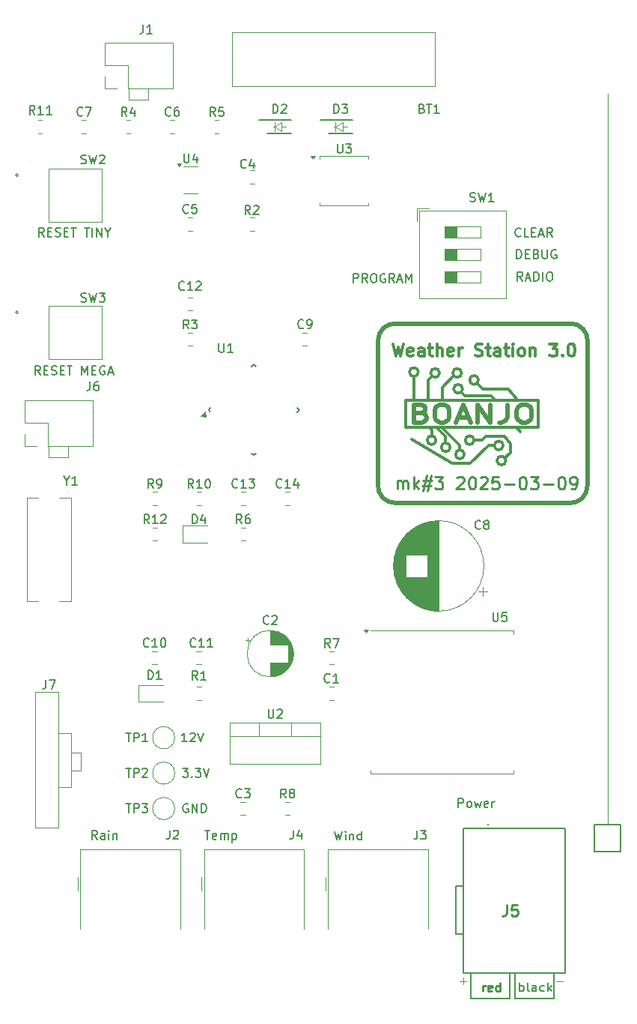
<source format=gbr>
%TF.GenerationSoftware,KiCad,Pcbnew,9.0.0*%
%TF.CreationDate,2025-03-09T10:23:32+01:00*%
%TF.ProjectId,ws_3.0,77735f33-2e30-42e6-9b69-6361645f7063,rev?*%
%TF.SameCoordinates,Original*%
%TF.FileFunction,Legend,Top*%
%TF.FilePolarity,Positive*%
%FSLAX46Y46*%
G04 Gerber Fmt 4.6, Leading zero omitted, Abs format (unit mm)*
G04 Created by KiCad (PCBNEW 9.0.0) date 2025-03-09 10:23:32*
%MOMM*%
%LPD*%
G01*
G04 APERTURE LIST*
%ADD10C,0.300000*%
%ADD11C,0.508000*%
%ADD12C,0.304800*%
%ADD13C,0.100000*%
%ADD14C,0.150000*%
%ADD15C,0.500000*%
%ADD16C,0.327152*%
%ADD17C,0.280000*%
%ADD18C,0.254000*%
%ADD19C,0.250000*%
%ADD20C,0.200000*%
%ADD21C,0.120000*%
G04 APERTURE END LIST*
D10*
X165440027Y-89966581D02*
X166055494Y-90604799D01*
X161900000Y-96700000D02*
X161900000Y-96000000D01*
X157352591Y-91914820D02*
X172377473Y-91914820D01*
X163800000Y-90600000D02*
G75*
G02*
X162800000Y-90600000I-500000J0D01*
G01*
X162800000Y-90600000D02*
G75*
G02*
X163800000Y-90600000I500000J0D01*
G01*
D11*
X156159007Y-103491113D02*
X175874401Y-103491113D01*
D10*
X160800000Y-96400000D02*
G75*
G02*
X159800000Y-96400000I-500000J0D01*
G01*
X159800000Y-96400000D02*
G75*
G02*
X160800000Y-96400000I500000J0D01*
G01*
X158300000Y-89200000D02*
X158300000Y-91842210D01*
X166055494Y-90604799D02*
X168971430Y-90599070D01*
D11*
X177916904Y-101577479D02*
G75*
G02*
X175874399Y-103491139I-1917704J-21D01*
G01*
D10*
X168700000Y-98700000D02*
G75*
G02*
X167700000Y-98700000I-500000J0D01*
G01*
X167700000Y-98700000D02*
G75*
G02*
X168700000Y-98700000I500000J0D01*
G01*
X157352591Y-94914612D02*
X157352591Y-91914820D01*
X166729485Y-97000000D02*
X164693861Y-99012630D01*
D12*
X156159007Y-103491112D02*
G75*
G02*
X156145288Y-103477400I-7J13712D01*
G01*
D10*
X169900179Y-94914612D02*
X170336616Y-95428267D01*
X163500000Y-97500000D02*
X163500000Y-97000000D01*
X164000000Y-98000000D02*
G75*
G02*
X163000000Y-98000000I-500000J0D01*
G01*
X163000000Y-98000000D02*
G75*
G02*
X164000000Y-98000000I500000J0D01*
G01*
D11*
X156282798Y-83224966D02*
X175973804Y-83224966D01*
D10*
X165600000Y-89600000D02*
G75*
G02*
X164600000Y-89600000I-500000J0D01*
G01*
X164600000Y-89600000D02*
G75*
G02*
X165600000Y-89600000I500000J0D01*
G01*
D12*
X154241820Y-101437435D02*
G75*
G02*
X154240282Y-101443510I-3820J-2265D01*
G01*
D10*
X167400000Y-97000000D02*
X167000000Y-97000000D01*
D11*
X176009366Y-83224710D02*
G75*
G02*
X177956088Y-85263409I18334J-1931290D01*
G01*
D10*
X160300000Y-95250000D02*
X160000000Y-94950000D01*
X166441198Y-95966616D02*
X168575013Y-95963910D01*
X168971430Y-90599070D02*
X170003456Y-91835917D01*
X161483948Y-90432937D02*
X161483948Y-91865125D01*
X168400000Y-97000000D02*
G75*
G02*
X167400000Y-97000000I-500000J0D01*
G01*
X167400000Y-97000000D02*
G75*
G02*
X168400000Y-97000000I500000J0D01*
G01*
X164693861Y-99012630D02*
X162636595Y-99012630D01*
X161900000Y-96000000D02*
X160900000Y-95000000D01*
D13*
X163500000Y-97500000D02*
X163500000Y-97000000D01*
D11*
X154240295Y-101443532D02*
X154240295Y-85138600D01*
D10*
X158800000Y-88700000D02*
G75*
G02*
X157800000Y-88700000I-500000J0D01*
G01*
X157800000Y-88700000D02*
G75*
G02*
X158800000Y-88700000I500000J0D01*
G01*
X162820369Y-89125392D02*
X161483948Y-90432937D01*
X165100000Y-96400000D02*
X166000000Y-96400000D01*
X164046634Y-91366643D02*
X167000000Y-91366643D01*
D11*
X156145295Y-103477400D02*
G75*
G02*
X154241804Y-101437433I3905J1911700D01*
G01*
D10*
X162636595Y-99012630D02*
X158086536Y-96256084D01*
X168575013Y-95963910D02*
X169198466Y-96763301D01*
X159891354Y-89646283D02*
X159891354Y-91842210D01*
X167000000Y-91366643D02*
X167421705Y-91801861D01*
X169198466Y-97851411D02*
X168581340Y-98376612D01*
X160365766Y-89171871D02*
X159891354Y-89646283D01*
D11*
X154240295Y-85138600D02*
G75*
G02*
X156282799Y-83224960I1917705J0D01*
G01*
D10*
X172377473Y-91914820D02*
X172377473Y-94914612D01*
X161200000Y-88800000D02*
G75*
G02*
X160200000Y-88800000I-500000J0D01*
G01*
X160200000Y-88800000D02*
G75*
G02*
X161200000Y-88800000I500000J0D01*
G01*
X163500000Y-97000000D02*
X161500000Y-95000000D01*
D11*
X177956276Y-85316488D02*
X177916904Y-101577479D01*
D10*
X166000000Y-96400000D02*
X166441198Y-95966616D01*
X167000000Y-97000000D02*
X166729485Y-97000000D01*
X163700000Y-88800000D02*
G75*
G02*
X162700000Y-88800000I-500000J0D01*
G01*
X162700000Y-88800000D02*
G75*
G02*
X163700000Y-88800000I500000J0D01*
G01*
X169198466Y-96763301D02*
X169198466Y-97851411D01*
X165100000Y-96400000D02*
G75*
G02*
X164100000Y-96400000I-500000J0D01*
G01*
X164100000Y-96400000D02*
G75*
G02*
X165100000Y-96400000I500000J0D01*
G01*
X172377473Y-94914612D02*
X157352591Y-94914612D01*
X160300000Y-95900000D02*
X160300000Y-95250000D01*
X163637378Y-90969021D02*
X164046634Y-91366643D01*
X162400000Y-97200000D02*
G75*
G02*
X161400000Y-97200000I-500000J0D01*
G01*
X161400000Y-97200000D02*
G75*
G02*
X162400000Y-97200000I500000J0D01*
G01*
D14*
X149334393Y-140541349D02*
X149572488Y-141541349D01*
X149572488Y-141541349D02*
X149762964Y-140827063D01*
X149762964Y-140827063D02*
X149953440Y-141541349D01*
X149953440Y-141541349D02*
X150191536Y-140541349D01*
X150572488Y-141541349D02*
X150572488Y-140874682D01*
X150572488Y-140541349D02*
X150524869Y-140588968D01*
X150524869Y-140588968D02*
X150572488Y-140636587D01*
X150572488Y-140636587D02*
X150620107Y-140588968D01*
X150620107Y-140588968D02*
X150572488Y-140541349D01*
X150572488Y-140541349D02*
X150572488Y-140636587D01*
X151048678Y-140874682D02*
X151048678Y-141541349D01*
X151048678Y-140969920D02*
X151096297Y-140922301D01*
X151096297Y-140922301D02*
X151191535Y-140874682D01*
X151191535Y-140874682D02*
X151334392Y-140874682D01*
X151334392Y-140874682D02*
X151429630Y-140922301D01*
X151429630Y-140922301D02*
X151477249Y-141017539D01*
X151477249Y-141017539D02*
X151477249Y-141541349D01*
X152382011Y-141541349D02*
X152382011Y-140541349D01*
X152382011Y-141493730D02*
X152286773Y-141541349D01*
X152286773Y-141541349D02*
X152096297Y-141541349D01*
X152096297Y-141541349D02*
X152001059Y-141493730D01*
X152001059Y-141493730D02*
X151953440Y-141446110D01*
X151953440Y-141446110D02*
X151905821Y-141350872D01*
X151905821Y-141350872D02*
X151905821Y-141065158D01*
X151905821Y-141065158D02*
X151953440Y-140969920D01*
X151953440Y-140969920D02*
X152001059Y-140922301D01*
X152001059Y-140922301D02*
X152096297Y-140874682D01*
X152096297Y-140874682D02*
X152286773Y-140874682D01*
X152286773Y-140874682D02*
X152382011Y-140922301D01*
X169916519Y-75869555D02*
X169916519Y-74869555D01*
X169916519Y-74869555D02*
X170154614Y-74869555D01*
X170154614Y-74869555D02*
X170297471Y-74917174D01*
X170297471Y-74917174D02*
X170392709Y-75012412D01*
X170392709Y-75012412D02*
X170440328Y-75107650D01*
X170440328Y-75107650D02*
X170487947Y-75298126D01*
X170487947Y-75298126D02*
X170487947Y-75440983D01*
X170487947Y-75440983D02*
X170440328Y-75631459D01*
X170440328Y-75631459D02*
X170392709Y-75726697D01*
X170392709Y-75726697D02*
X170297471Y-75821936D01*
X170297471Y-75821936D02*
X170154614Y-75869555D01*
X170154614Y-75869555D02*
X169916519Y-75869555D01*
X170916519Y-75345745D02*
X171249852Y-75345745D01*
X171392709Y-75869555D02*
X170916519Y-75869555D01*
X170916519Y-75869555D02*
X170916519Y-74869555D01*
X170916519Y-74869555D02*
X171392709Y-74869555D01*
X172154614Y-75345745D02*
X172297471Y-75393364D01*
X172297471Y-75393364D02*
X172345090Y-75440983D01*
X172345090Y-75440983D02*
X172392709Y-75536221D01*
X172392709Y-75536221D02*
X172392709Y-75679078D01*
X172392709Y-75679078D02*
X172345090Y-75774316D01*
X172345090Y-75774316D02*
X172297471Y-75821936D01*
X172297471Y-75821936D02*
X172202233Y-75869555D01*
X172202233Y-75869555D02*
X171821281Y-75869555D01*
X171821281Y-75869555D02*
X171821281Y-74869555D01*
X171821281Y-74869555D02*
X172154614Y-74869555D01*
X172154614Y-74869555D02*
X172249852Y-74917174D01*
X172249852Y-74917174D02*
X172297471Y-74964793D01*
X172297471Y-74964793D02*
X172345090Y-75060031D01*
X172345090Y-75060031D02*
X172345090Y-75155269D01*
X172345090Y-75155269D02*
X172297471Y-75250507D01*
X172297471Y-75250507D02*
X172249852Y-75298126D01*
X172249852Y-75298126D02*
X172154614Y-75345745D01*
X172154614Y-75345745D02*
X171821281Y-75345745D01*
X172821281Y-74869555D02*
X172821281Y-75679078D01*
X172821281Y-75679078D02*
X172868900Y-75774316D01*
X172868900Y-75774316D02*
X172916519Y-75821936D01*
X172916519Y-75821936D02*
X173011757Y-75869555D01*
X173011757Y-75869555D02*
X173202233Y-75869555D01*
X173202233Y-75869555D02*
X173297471Y-75821936D01*
X173297471Y-75821936D02*
X173345090Y-75774316D01*
X173345090Y-75774316D02*
X173392709Y-75679078D01*
X173392709Y-75679078D02*
X173392709Y-74869555D01*
X174392709Y-74917174D02*
X174297471Y-74869555D01*
X174297471Y-74869555D02*
X174154614Y-74869555D01*
X174154614Y-74869555D02*
X174011757Y-74917174D01*
X174011757Y-74917174D02*
X173916519Y-75012412D01*
X173916519Y-75012412D02*
X173868900Y-75107650D01*
X173868900Y-75107650D02*
X173821281Y-75298126D01*
X173821281Y-75298126D02*
X173821281Y-75440983D01*
X173821281Y-75440983D02*
X173868900Y-75631459D01*
X173868900Y-75631459D02*
X173916519Y-75726697D01*
X173916519Y-75726697D02*
X174011757Y-75821936D01*
X174011757Y-75821936D02*
X174154614Y-75869555D01*
X174154614Y-75869555D02*
X174249852Y-75869555D01*
X174249852Y-75869555D02*
X174392709Y-75821936D01*
X174392709Y-75821936D02*
X174440328Y-75774316D01*
X174440328Y-75774316D02*
X174440328Y-75440983D01*
X174440328Y-75440983D02*
X174249852Y-75440983D01*
X116027569Y-89013647D02*
X115694236Y-88537456D01*
X115456141Y-89013647D02*
X115456141Y-88013647D01*
X115456141Y-88013647D02*
X115837093Y-88013647D01*
X115837093Y-88013647D02*
X115932331Y-88061266D01*
X115932331Y-88061266D02*
X115979950Y-88108885D01*
X115979950Y-88108885D02*
X116027569Y-88204123D01*
X116027569Y-88204123D02*
X116027569Y-88346980D01*
X116027569Y-88346980D02*
X115979950Y-88442218D01*
X115979950Y-88442218D02*
X115932331Y-88489837D01*
X115932331Y-88489837D02*
X115837093Y-88537456D01*
X115837093Y-88537456D02*
X115456141Y-88537456D01*
X116456141Y-88489837D02*
X116789474Y-88489837D01*
X116932331Y-89013647D02*
X116456141Y-89013647D01*
X116456141Y-89013647D02*
X116456141Y-88013647D01*
X116456141Y-88013647D02*
X116932331Y-88013647D01*
X117313284Y-88966028D02*
X117456141Y-89013647D01*
X117456141Y-89013647D02*
X117694236Y-89013647D01*
X117694236Y-89013647D02*
X117789474Y-88966028D01*
X117789474Y-88966028D02*
X117837093Y-88918408D01*
X117837093Y-88918408D02*
X117884712Y-88823170D01*
X117884712Y-88823170D02*
X117884712Y-88727932D01*
X117884712Y-88727932D02*
X117837093Y-88632694D01*
X117837093Y-88632694D02*
X117789474Y-88585075D01*
X117789474Y-88585075D02*
X117694236Y-88537456D01*
X117694236Y-88537456D02*
X117503760Y-88489837D01*
X117503760Y-88489837D02*
X117408522Y-88442218D01*
X117408522Y-88442218D02*
X117360903Y-88394599D01*
X117360903Y-88394599D02*
X117313284Y-88299361D01*
X117313284Y-88299361D02*
X117313284Y-88204123D01*
X117313284Y-88204123D02*
X117360903Y-88108885D01*
X117360903Y-88108885D02*
X117408522Y-88061266D01*
X117408522Y-88061266D02*
X117503760Y-88013647D01*
X117503760Y-88013647D02*
X117741855Y-88013647D01*
X117741855Y-88013647D02*
X117884712Y-88061266D01*
X118313284Y-88489837D02*
X118646617Y-88489837D01*
X118789474Y-89013647D02*
X118313284Y-89013647D01*
X118313284Y-89013647D02*
X118313284Y-88013647D01*
X118313284Y-88013647D02*
X118789474Y-88013647D01*
X119075189Y-88013647D02*
X119646617Y-88013647D01*
X119360903Y-89013647D02*
X119360903Y-88013647D01*
X120741856Y-89013647D02*
X120741856Y-88013647D01*
X120741856Y-88013647D02*
X121075189Y-88727932D01*
X121075189Y-88727932D02*
X121408522Y-88013647D01*
X121408522Y-88013647D02*
X121408522Y-89013647D01*
X121884713Y-88489837D02*
X122218046Y-88489837D01*
X122360903Y-89013647D02*
X121884713Y-89013647D01*
X121884713Y-89013647D02*
X121884713Y-88013647D01*
X121884713Y-88013647D02*
X122360903Y-88013647D01*
X123313284Y-88061266D02*
X123218046Y-88013647D01*
X123218046Y-88013647D02*
X123075189Y-88013647D01*
X123075189Y-88013647D02*
X122932332Y-88061266D01*
X122932332Y-88061266D02*
X122837094Y-88156504D01*
X122837094Y-88156504D02*
X122789475Y-88251742D01*
X122789475Y-88251742D02*
X122741856Y-88442218D01*
X122741856Y-88442218D02*
X122741856Y-88585075D01*
X122741856Y-88585075D02*
X122789475Y-88775551D01*
X122789475Y-88775551D02*
X122837094Y-88870789D01*
X122837094Y-88870789D02*
X122932332Y-88966028D01*
X122932332Y-88966028D02*
X123075189Y-89013647D01*
X123075189Y-89013647D02*
X123170427Y-89013647D01*
X123170427Y-89013647D02*
X123313284Y-88966028D01*
X123313284Y-88966028D02*
X123360903Y-88918408D01*
X123360903Y-88918408D02*
X123360903Y-88585075D01*
X123360903Y-88585075D02*
X123170427Y-88585075D01*
X123741856Y-88727932D02*
X124218046Y-88727932D01*
X123646618Y-89013647D02*
X123979951Y-88013647D01*
X123979951Y-88013647D02*
X124313284Y-89013647D01*
X132743105Y-137495397D02*
X132647867Y-137447778D01*
X132647867Y-137447778D02*
X132505010Y-137447778D01*
X132505010Y-137447778D02*
X132362153Y-137495397D01*
X132362153Y-137495397D02*
X132266915Y-137590635D01*
X132266915Y-137590635D02*
X132219296Y-137685873D01*
X132219296Y-137685873D02*
X132171677Y-137876349D01*
X132171677Y-137876349D02*
X132171677Y-138019206D01*
X132171677Y-138019206D02*
X132219296Y-138209682D01*
X132219296Y-138209682D02*
X132266915Y-138304920D01*
X132266915Y-138304920D02*
X132362153Y-138400159D01*
X132362153Y-138400159D02*
X132505010Y-138447778D01*
X132505010Y-138447778D02*
X132600248Y-138447778D01*
X132600248Y-138447778D02*
X132743105Y-138400159D01*
X132743105Y-138400159D02*
X132790724Y-138352539D01*
X132790724Y-138352539D02*
X132790724Y-138019206D01*
X132790724Y-138019206D02*
X132600248Y-138019206D01*
X133219296Y-138447778D02*
X133219296Y-137447778D01*
X133219296Y-137447778D02*
X133790724Y-138447778D01*
X133790724Y-138447778D02*
X133790724Y-137447778D01*
X134266915Y-138447778D02*
X134266915Y-137447778D01*
X134266915Y-137447778D02*
X134505010Y-137447778D01*
X134505010Y-137447778D02*
X134647867Y-137495397D01*
X134647867Y-137495397D02*
X134743105Y-137590635D01*
X134743105Y-137590635D02*
X134790724Y-137685873D01*
X134790724Y-137685873D02*
X134838343Y-137876349D01*
X134838343Y-137876349D02*
X134838343Y-138019206D01*
X134838343Y-138019206D02*
X134790724Y-138209682D01*
X134790724Y-138209682D02*
X134743105Y-138304920D01*
X134743105Y-138304920D02*
X134647867Y-138400159D01*
X134647867Y-138400159D02*
X134505010Y-138447778D01*
X134505010Y-138447778D02*
X134266915Y-138447778D01*
D15*
X159110109Y-93350876D02*
X159467252Y-93446114D01*
X159467252Y-93446114D02*
X159586299Y-93541352D01*
X159586299Y-93541352D02*
X159705347Y-93731828D01*
X159705347Y-93731828D02*
X159705347Y-94017542D01*
X159705347Y-94017542D02*
X159586299Y-94208018D01*
X159586299Y-94208018D02*
X159467252Y-94303257D01*
X159467252Y-94303257D02*
X159229157Y-94398495D01*
X159229157Y-94398495D02*
X158276776Y-94398495D01*
X158276776Y-94398495D02*
X158276776Y-92398495D01*
X158276776Y-92398495D02*
X159110109Y-92398495D01*
X159110109Y-92398495D02*
X159348204Y-92493733D01*
X159348204Y-92493733D02*
X159467252Y-92588971D01*
X159467252Y-92588971D02*
X159586299Y-92779447D01*
X159586299Y-92779447D02*
X159586299Y-92969923D01*
X159586299Y-92969923D02*
X159467252Y-93160399D01*
X159467252Y-93160399D02*
X159348204Y-93255637D01*
X159348204Y-93255637D02*
X159110109Y-93350876D01*
X159110109Y-93350876D02*
X158276776Y-93350876D01*
X161252966Y-92398495D02*
X161729157Y-92398495D01*
X161729157Y-92398495D02*
X161967252Y-92493733D01*
X161967252Y-92493733D02*
X162205347Y-92684209D01*
X162205347Y-92684209D02*
X162324395Y-93065161D01*
X162324395Y-93065161D02*
X162324395Y-93731828D01*
X162324395Y-93731828D02*
X162205347Y-94112780D01*
X162205347Y-94112780D02*
X161967252Y-94303257D01*
X161967252Y-94303257D02*
X161729157Y-94398495D01*
X161729157Y-94398495D02*
X161252966Y-94398495D01*
X161252966Y-94398495D02*
X161014871Y-94303257D01*
X161014871Y-94303257D02*
X160776776Y-94112780D01*
X160776776Y-94112780D02*
X160657728Y-93731828D01*
X160657728Y-93731828D02*
X160657728Y-93065161D01*
X160657728Y-93065161D02*
X160776776Y-92684209D01*
X160776776Y-92684209D02*
X161014871Y-92493733D01*
X161014871Y-92493733D02*
X161252966Y-92398495D01*
X163276776Y-93827066D02*
X164467252Y-93827066D01*
X163038681Y-94398495D02*
X163872014Y-92398495D01*
X163872014Y-92398495D02*
X164705347Y-94398495D01*
X165538681Y-94398495D02*
X165538681Y-92398495D01*
X165538681Y-92398495D02*
X166967252Y-94398495D01*
X166967252Y-94398495D02*
X166967252Y-92398495D01*
X168872014Y-92398495D02*
X168872014Y-93827066D01*
X168872014Y-93827066D02*
X168752967Y-94112780D01*
X168752967Y-94112780D02*
X168514871Y-94303257D01*
X168514871Y-94303257D02*
X168157729Y-94398495D01*
X168157729Y-94398495D02*
X167919633Y-94398495D01*
X170538681Y-92398495D02*
X171014872Y-92398495D01*
X171014872Y-92398495D02*
X171252967Y-92493733D01*
X171252967Y-92493733D02*
X171491062Y-92684209D01*
X171491062Y-92684209D02*
X171610110Y-93065161D01*
X171610110Y-93065161D02*
X171610110Y-93731828D01*
X171610110Y-93731828D02*
X171491062Y-94112780D01*
X171491062Y-94112780D02*
X171252967Y-94303257D01*
X171252967Y-94303257D02*
X171014872Y-94398495D01*
X171014872Y-94398495D02*
X170538681Y-94398495D01*
X170538681Y-94398495D02*
X170300586Y-94303257D01*
X170300586Y-94303257D02*
X170062491Y-94112780D01*
X170062491Y-94112780D02*
X169943443Y-93731828D01*
X169943443Y-93731828D02*
X169943443Y-93065161D01*
X169943443Y-93065161D02*
X170062491Y-92684209D01*
X170062491Y-92684209D02*
X170300586Y-92493733D01*
X170300586Y-92493733D02*
X170538681Y-92398495D01*
D14*
X151473519Y-78587090D02*
X151473519Y-77587090D01*
X151473519Y-77587090D02*
X151854471Y-77587090D01*
X151854471Y-77587090D02*
X151949709Y-77634709D01*
X151949709Y-77634709D02*
X151997328Y-77682328D01*
X151997328Y-77682328D02*
X152044947Y-77777566D01*
X152044947Y-77777566D02*
X152044947Y-77920423D01*
X152044947Y-77920423D02*
X151997328Y-78015661D01*
X151997328Y-78015661D02*
X151949709Y-78063280D01*
X151949709Y-78063280D02*
X151854471Y-78110899D01*
X151854471Y-78110899D02*
X151473519Y-78110899D01*
X153044947Y-78587090D02*
X152711614Y-78110899D01*
X152473519Y-78587090D02*
X152473519Y-77587090D01*
X152473519Y-77587090D02*
X152854471Y-77587090D01*
X152854471Y-77587090D02*
X152949709Y-77634709D01*
X152949709Y-77634709D02*
X152997328Y-77682328D01*
X152997328Y-77682328D02*
X153044947Y-77777566D01*
X153044947Y-77777566D02*
X153044947Y-77920423D01*
X153044947Y-77920423D02*
X152997328Y-78015661D01*
X152997328Y-78015661D02*
X152949709Y-78063280D01*
X152949709Y-78063280D02*
X152854471Y-78110899D01*
X152854471Y-78110899D02*
X152473519Y-78110899D01*
X153663995Y-77587090D02*
X153854471Y-77587090D01*
X153854471Y-77587090D02*
X153949709Y-77634709D01*
X153949709Y-77634709D02*
X154044947Y-77729947D01*
X154044947Y-77729947D02*
X154092566Y-77920423D01*
X154092566Y-77920423D02*
X154092566Y-78253756D01*
X154092566Y-78253756D02*
X154044947Y-78444232D01*
X154044947Y-78444232D02*
X153949709Y-78539471D01*
X153949709Y-78539471D02*
X153854471Y-78587090D01*
X153854471Y-78587090D02*
X153663995Y-78587090D01*
X153663995Y-78587090D02*
X153568757Y-78539471D01*
X153568757Y-78539471D02*
X153473519Y-78444232D01*
X153473519Y-78444232D02*
X153425900Y-78253756D01*
X153425900Y-78253756D02*
X153425900Y-77920423D01*
X153425900Y-77920423D02*
X153473519Y-77729947D01*
X153473519Y-77729947D02*
X153568757Y-77634709D01*
X153568757Y-77634709D02*
X153663995Y-77587090D01*
X155044947Y-77634709D02*
X154949709Y-77587090D01*
X154949709Y-77587090D02*
X154806852Y-77587090D01*
X154806852Y-77587090D02*
X154663995Y-77634709D01*
X154663995Y-77634709D02*
X154568757Y-77729947D01*
X154568757Y-77729947D02*
X154521138Y-77825185D01*
X154521138Y-77825185D02*
X154473519Y-78015661D01*
X154473519Y-78015661D02*
X154473519Y-78158518D01*
X154473519Y-78158518D02*
X154521138Y-78348994D01*
X154521138Y-78348994D02*
X154568757Y-78444232D01*
X154568757Y-78444232D02*
X154663995Y-78539471D01*
X154663995Y-78539471D02*
X154806852Y-78587090D01*
X154806852Y-78587090D02*
X154902090Y-78587090D01*
X154902090Y-78587090D02*
X155044947Y-78539471D01*
X155044947Y-78539471D02*
X155092566Y-78491851D01*
X155092566Y-78491851D02*
X155092566Y-78158518D01*
X155092566Y-78158518D02*
X154902090Y-78158518D01*
X156092566Y-78587090D02*
X155759233Y-78110899D01*
X155521138Y-78587090D02*
X155521138Y-77587090D01*
X155521138Y-77587090D02*
X155902090Y-77587090D01*
X155902090Y-77587090D02*
X155997328Y-77634709D01*
X155997328Y-77634709D02*
X156044947Y-77682328D01*
X156044947Y-77682328D02*
X156092566Y-77777566D01*
X156092566Y-77777566D02*
X156092566Y-77920423D01*
X156092566Y-77920423D02*
X156044947Y-78015661D01*
X156044947Y-78015661D02*
X155997328Y-78063280D01*
X155997328Y-78063280D02*
X155902090Y-78110899D01*
X155902090Y-78110899D02*
X155521138Y-78110899D01*
X156473519Y-78301375D02*
X156949709Y-78301375D01*
X156378281Y-78587090D02*
X156711614Y-77587090D01*
X156711614Y-77587090D02*
X157044947Y-78587090D01*
X157378281Y-78587090D02*
X157378281Y-77587090D01*
X157378281Y-77587090D02*
X157711614Y-78301375D01*
X157711614Y-78301375D02*
X158044947Y-77587090D01*
X158044947Y-77587090D02*
X158044947Y-78587090D01*
D16*
X155915231Y-85511654D02*
X156248564Y-86911654D01*
X156248564Y-86911654D02*
X156515231Y-85911654D01*
X156515231Y-85911654D02*
X156781897Y-86911654D01*
X156781897Y-86911654D02*
X157115231Y-85511654D01*
X158181897Y-86844988D02*
X158048564Y-86911654D01*
X158048564Y-86911654D02*
X157781897Y-86911654D01*
X157781897Y-86911654D02*
X157648564Y-86844988D01*
X157648564Y-86844988D02*
X157581897Y-86711654D01*
X157581897Y-86711654D02*
X157581897Y-86178321D01*
X157581897Y-86178321D02*
X157648564Y-86044988D01*
X157648564Y-86044988D02*
X157781897Y-85978321D01*
X157781897Y-85978321D02*
X158048564Y-85978321D01*
X158048564Y-85978321D02*
X158181897Y-86044988D01*
X158181897Y-86044988D02*
X158248564Y-86178321D01*
X158248564Y-86178321D02*
X158248564Y-86311654D01*
X158248564Y-86311654D02*
X157581897Y-86444988D01*
X159448564Y-86911654D02*
X159448564Y-86178321D01*
X159448564Y-86178321D02*
X159381897Y-86044988D01*
X159381897Y-86044988D02*
X159248564Y-85978321D01*
X159248564Y-85978321D02*
X158981897Y-85978321D01*
X158981897Y-85978321D02*
X158848564Y-86044988D01*
X159448564Y-86844988D02*
X159315231Y-86911654D01*
X159315231Y-86911654D02*
X158981897Y-86911654D01*
X158981897Y-86911654D02*
X158848564Y-86844988D01*
X158848564Y-86844988D02*
X158781897Y-86711654D01*
X158781897Y-86711654D02*
X158781897Y-86578321D01*
X158781897Y-86578321D02*
X158848564Y-86444988D01*
X158848564Y-86444988D02*
X158981897Y-86378321D01*
X158981897Y-86378321D02*
X159315231Y-86378321D01*
X159315231Y-86378321D02*
X159448564Y-86311654D01*
X159915231Y-85978321D02*
X160448564Y-85978321D01*
X160115231Y-85511654D02*
X160115231Y-86711654D01*
X160115231Y-86711654D02*
X160181898Y-86844988D01*
X160181898Y-86844988D02*
X160315231Y-86911654D01*
X160315231Y-86911654D02*
X160448564Y-86911654D01*
X160915231Y-86911654D02*
X160915231Y-85511654D01*
X161515231Y-86911654D02*
X161515231Y-86178321D01*
X161515231Y-86178321D02*
X161448564Y-86044988D01*
X161448564Y-86044988D02*
X161315231Y-85978321D01*
X161315231Y-85978321D02*
X161115231Y-85978321D01*
X161115231Y-85978321D02*
X160981898Y-86044988D01*
X160981898Y-86044988D02*
X160915231Y-86111654D01*
X162715231Y-86844988D02*
X162581898Y-86911654D01*
X162581898Y-86911654D02*
X162315231Y-86911654D01*
X162315231Y-86911654D02*
X162181898Y-86844988D01*
X162181898Y-86844988D02*
X162115231Y-86711654D01*
X162115231Y-86711654D02*
X162115231Y-86178321D01*
X162115231Y-86178321D02*
X162181898Y-86044988D01*
X162181898Y-86044988D02*
X162315231Y-85978321D01*
X162315231Y-85978321D02*
X162581898Y-85978321D01*
X162581898Y-85978321D02*
X162715231Y-86044988D01*
X162715231Y-86044988D02*
X162781898Y-86178321D01*
X162781898Y-86178321D02*
X162781898Y-86311654D01*
X162781898Y-86311654D02*
X162115231Y-86444988D01*
X163381898Y-86911654D02*
X163381898Y-85978321D01*
X163381898Y-86244988D02*
X163448565Y-86111654D01*
X163448565Y-86111654D02*
X163515231Y-86044988D01*
X163515231Y-86044988D02*
X163648565Y-85978321D01*
X163648565Y-85978321D02*
X163781898Y-85978321D01*
X165248565Y-86844988D02*
X165448565Y-86911654D01*
X165448565Y-86911654D02*
X165781899Y-86911654D01*
X165781899Y-86911654D02*
X165915232Y-86844988D01*
X165915232Y-86844988D02*
X165981899Y-86778321D01*
X165981899Y-86778321D02*
X166048565Y-86644988D01*
X166048565Y-86644988D02*
X166048565Y-86511654D01*
X166048565Y-86511654D02*
X165981899Y-86378321D01*
X165981899Y-86378321D02*
X165915232Y-86311654D01*
X165915232Y-86311654D02*
X165781899Y-86244988D01*
X165781899Y-86244988D02*
X165515232Y-86178321D01*
X165515232Y-86178321D02*
X165381899Y-86111654D01*
X165381899Y-86111654D02*
X165315232Y-86044988D01*
X165315232Y-86044988D02*
X165248565Y-85911654D01*
X165248565Y-85911654D02*
X165248565Y-85778321D01*
X165248565Y-85778321D02*
X165315232Y-85644988D01*
X165315232Y-85644988D02*
X165381899Y-85578321D01*
X165381899Y-85578321D02*
X165515232Y-85511654D01*
X165515232Y-85511654D02*
X165848565Y-85511654D01*
X165848565Y-85511654D02*
X166048565Y-85578321D01*
X166448565Y-85978321D02*
X166981898Y-85978321D01*
X166648565Y-85511654D02*
X166648565Y-86711654D01*
X166648565Y-86711654D02*
X166715232Y-86844988D01*
X166715232Y-86844988D02*
X166848565Y-86911654D01*
X166848565Y-86911654D02*
X166981898Y-86911654D01*
X168048565Y-86911654D02*
X168048565Y-86178321D01*
X168048565Y-86178321D02*
X167981898Y-86044988D01*
X167981898Y-86044988D02*
X167848565Y-85978321D01*
X167848565Y-85978321D02*
X167581898Y-85978321D01*
X167581898Y-85978321D02*
X167448565Y-86044988D01*
X168048565Y-86844988D02*
X167915232Y-86911654D01*
X167915232Y-86911654D02*
X167581898Y-86911654D01*
X167581898Y-86911654D02*
X167448565Y-86844988D01*
X167448565Y-86844988D02*
X167381898Y-86711654D01*
X167381898Y-86711654D02*
X167381898Y-86578321D01*
X167381898Y-86578321D02*
X167448565Y-86444988D01*
X167448565Y-86444988D02*
X167581898Y-86378321D01*
X167581898Y-86378321D02*
X167915232Y-86378321D01*
X167915232Y-86378321D02*
X168048565Y-86311654D01*
X168515232Y-85978321D02*
X169048565Y-85978321D01*
X168715232Y-85511654D02*
X168715232Y-86711654D01*
X168715232Y-86711654D02*
X168781899Y-86844988D01*
X168781899Y-86844988D02*
X168915232Y-86911654D01*
X168915232Y-86911654D02*
X169048565Y-86911654D01*
X169515232Y-86911654D02*
X169515232Y-85978321D01*
X169515232Y-85511654D02*
X169448565Y-85578321D01*
X169448565Y-85578321D02*
X169515232Y-85644988D01*
X169515232Y-85644988D02*
X169581899Y-85578321D01*
X169581899Y-85578321D02*
X169515232Y-85511654D01*
X169515232Y-85511654D02*
X169515232Y-85644988D01*
X170381899Y-86911654D02*
X170248566Y-86844988D01*
X170248566Y-86844988D02*
X170181899Y-86778321D01*
X170181899Y-86778321D02*
X170115232Y-86644988D01*
X170115232Y-86644988D02*
X170115232Y-86244988D01*
X170115232Y-86244988D02*
X170181899Y-86111654D01*
X170181899Y-86111654D02*
X170248566Y-86044988D01*
X170248566Y-86044988D02*
X170381899Y-85978321D01*
X170381899Y-85978321D02*
X170581899Y-85978321D01*
X170581899Y-85978321D02*
X170715232Y-86044988D01*
X170715232Y-86044988D02*
X170781899Y-86111654D01*
X170781899Y-86111654D02*
X170848566Y-86244988D01*
X170848566Y-86244988D02*
X170848566Y-86644988D01*
X170848566Y-86644988D02*
X170781899Y-86778321D01*
X170781899Y-86778321D02*
X170715232Y-86844988D01*
X170715232Y-86844988D02*
X170581899Y-86911654D01*
X170581899Y-86911654D02*
X170381899Y-86911654D01*
X171448566Y-85978321D02*
X171448566Y-86911654D01*
X171448566Y-86111654D02*
X171515233Y-86044988D01*
X171515233Y-86044988D02*
X171648566Y-85978321D01*
X171648566Y-85978321D02*
X171848566Y-85978321D01*
X171848566Y-85978321D02*
X171981899Y-86044988D01*
X171981899Y-86044988D02*
X172048566Y-86178321D01*
X172048566Y-86178321D02*
X172048566Y-86911654D01*
X173648567Y-85511654D02*
X174515233Y-85511654D01*
X174515233Y-85511654D02*
X174048567Y-86044988D01*
X174048567Y-86044988D02*
X174248567Y-86044988D01*
X174248567Y-86044988D02*
X174381900Y-86111654D01*
X174381900Y-86111654D02*
X174448567Y-86178321D01*
X174448567Y-86178321D02*
X174515233Y-86311654D01*
X174515233Y-86311654D02*
X174515233Y-86644988D01*
X174515233Y-86644988D02*
X174448567Y-86778321D01*
X174448567Y-86778321D02*
X174381900Y-86844988D01*
X174381900Y-86844988D02*
X174248567Y-86911654D01*
X174248567Y-86911654D02*
X173848567Y-86911654D01*
X173848567Y-86911654D02*
X173715233Y-86844988D01*
X173715233Y-86844988D02*
X173648567Y-86778321D01*
X175115233Y-86778321D02*
X175181900Y-86844988D01*
X175181900Y-86844988D02*
X175115233Y-86911654D01*
X175115233Y-86911654D02*
X175048566Y-86844988D01*
X175048566Y-86844988D02*
X175115233Y-86778321D01*
X175115233Y-86778321D02*
X175115233Y-86911654D01*
X176048567Y-85511654D02*
X176181900Y-85511654D01*
X176181900Y-85511654D02*
X176315233Y-85578321D01*
X176315233Y-85578321D02*
X176381900Y-85644988D01*
X176381900Y-85644988D02*
X176448567Y-85778321D01*
X176448567Y-85778321D02*
X176515233Y-86044988D01*
X176515233Y-86044988D02*
X176515233Y-86378321D01*
X176515233Y-86378321D02*
X176448567Y-86644988D01*
X176448567Y-86644988D02*
X176381900Y-86778321D01*
X176381900Y-86778321D02*
X176315233Y-86844988D01*
X176315233Y-86844988D02*
X176181900Y-86911654D01*
X176181900Y-86911654D02*
X176048567Y-86911654D01*
X176048567Y-86911654D02*
X175915233Y-86844988D01*
X175915233Y-86844988D02*
X175848567Y-86778321D01*
X175848567Y-86778321D02*
X175781900Y-86644988D01*
X175781900Y-86644988D02*
X175715233Y-86378321D01*
X175715233Y-86378321D02*
X175715233Y-86044988D01*
X175715233Y-86044988D02*
X175781900Y-85778321D01*
X175781900Y-85778321D02*
X175848567Y-85644988D01*
X175848567Y-85644988D02*
X175915233Y-85578321D01*
X175915233Y-85578321D02*
X176048567Y-85511654D01*
D14*
X132626320Y-130445071D02*
X132054892Y-130445071D01*
X132340606Y-130445071D02*
X132340606Y-129445071D01*
X132340606Y-129445071D02*
X132245368Y-129587928D01*
X132245368Y-129587928D02*
X132150130Y-129683166D01*
X132150130Y-129683166D02*
X132054892Y-129730785D01*
X133007273Y-129540309D02*
X133054892Y-129492690D01*
X133054892Y-129492690D02*
X133150130Y-129445071D01*
X133150130Y-129445071D02*
X133388225Y-129445071D01*
X133388225Y-129445071D02*
X133483463Y-129492690D01*
X133483463Y-129492690D02*
X133531082Y-129540309D01*
X133531082Y-129540309D02*
X133578701Y-129635547D01*
X133578701Y-129635547D02*
X133578701Y-129730785D01*
X133578701Y-129730785D02*
X133531082Y-129873642D01*
X133531082Y-129873642D02*
X132959654Y-130445071D01*
X132959654Y-130445071D02*
X133578701Y-130445071D01*
X133864416Y-129445071D02*
X134197749Y-130445071D01*
X134197749Y-130445071D02*
X134531082Y-129445071D01*
X170596649Y-78405921D02*
X170263316Y-77929730D01*
X170025221Y-78405921D02*
X170025221Y-77405921D01*
X170025221Y-77405921D02*
X170406173Y-77405921D01*
X170406173Y-77405921D02*
X170501411Y-77453540D01*
X170501411Y-77453540D02*
X170549030Y-77501159D01*
X170549030Y-77501159D02*
X170596649Y-77596397D01*
X170596649Y-77596397D02*
X170596649Y-77739254D01*
X170596649Y-77739254D02*
X170549030Y-77834492D01*
X170549030Y-77834492D02*
X170501411Y-77882111D01*
X170501411Y-77882111D02*
X170406173Y-77929730D01*
X170406173Y-77929730D02*
X170025221Y-77929730D01*
X170977602Y-78120206D02*
X171453792Y-78120206D01*
X170882364Y-78405921D02*
X171215697Y-77405921D01*
X171215697Y-77405921D02*
X171549030Y-78405921D01*
X171882364Y-78405921D02*
X171882364Y-77405921D01*
X171882364Y-77405921D02*
X172120459Y-77405921D01*
X172120459Y-77405921D02*
X172263316Y-77453540D01*
X172263316Y-77453540D02*
X172358554Y-77548778D01*
X172358554Y-77548778D02*
X172406173Y-77644016D01*
X172406173Y-77644016D02*
X172453792Y-77834492D01*
X172453792Y-77834492D02*
X172453792Y-77977349D01*
X172453792Y-77977349D02*
X172406173Y-78167825D01*
X172406173Y-78167825D02*
X172358554Y-78263063D01*
X172358554Y-78263063D02*
X172263316Y-78358302D01*
X172263316Y-78358302D02*
X172120459Y-78405921D01*
X172120459Y-78405921D02*
X171882364Y-78405921D01*
X172882364Y-78405921D02*
X172882364Y-77405921D01*
X173549030Y-77405921D02*
X173739506Y-77405921D01*
X173739506Y-77405921D02*
X173834744Y-77453540D01*
X173834744Y-77453540D02*
X173929982Y-77548778D01*
X173929982Y-77548778D02*
X173977601Y-77739254D01*
X173977601Y-77739254D02*
X173977601Y-78072587D01*
X173977601Y-78072587D02*
X173929982Y-78263063D01*
X173929982Y-78263063D02*
X173834744Y-78358302D01*
X173834744Y-78358302D02*
X173739506Y-78405921D01*
X173739506Y-78405921D02*
X173549030Y-78405921D01*
X173549030Y-78405921D02*
X173453792Y-78358302D01*
X173453792Y-78358302D02*
X173358554Y-78263063D01*
X173358554Y-78263063D02*
X173310935Y-78072587D01*
X173310935Y-78072587D02*
X173310935Y-77739254D01*
X173310935Y-77739254D02*
X173358554Y-77548778D01*
X173358554Y-77548778D02*
X173453792Y-77453540D01*
X173453792Y-77453540D02*
X173549030Y-77405921D01*
D17*
X156417543Y-101914106D02*
X156417543Y-100980773D01*
X156417543Y-101114106D02*
X156484210Y-101047440D01*
X156484210Y-101047440D02*
X156617543Y-100980773D01*
X156617543Y-100980773D02*
X156817543Y-100980773D01*
X156817543Y-100980773D02*
X156950876Y-101047440D01*
X156950876Y-101047440D02*
X157017543Y-101180773D01*
X157017543Y-101180773D02*
X157017543Y-101914106D01*
X157017543Y-101180773D02*
X157084210Y-101047440D01*
X157084210Y-101047440D02*
X157217543Y-100980773D01*
X157217543Y-100980773D02*
X157417543Y-100980773D01*
X157417543Y-100980773D02*
X157550876Y-101047440D01*
X157550876Y-101047440D02*
X157617543Y-101180773D01*
X157617543Y-101180773D02*
X157617543Y-101914106D01*
X158284210Y-101914106D02*
X158284210Y-100514106D01*
X158417543Y-101380773D02*
X158817543Y-101914106D01*
X158817543Y-100980773D02*
X158284210Y-101514106D01*
X159350876Y-100980773D02*
X160350876Y-100980773D01*
X159750876Y-100380773D02*
X159350876Y-102180773D01*
X160217543Y-101580773D02*
X159217543Y-101580773D01*
X159817543Y-102180773D02*
X160217543Y-100380773D01*
X160684210Y-100514106D02*
X161550876Y-100514106D01*
X161550876Y-100514106D02*
X161084210Y-101047440D01*
X161084210Y-101047440D02*
X161284210Y-101047440D01*
X161284210Y-101047440D02*
X161417543Y-101114106D01*
X161417543Y-101114106D02*
X161484210Y-101180773D01*
X161484210Y-101180773D02*
X161550876Y-101314106D01*
X161550876Y-101314106D02*
X161550876Y-101647440D01*
X161550876Y-101647440D02*
X161484210Y-101780773D01*
X161484210Y-101780773D02*
X161417543Y-101847440D01*
X161417543Y-101847440D02*
X161284210Y-101914106D01*
X161284210Y-101914106D02*
X160884210Y-101914106D01*
X160884210Y-101914106D02*
X160750876Y-101847440D01*
X160750876Y-101847440D02*
X160684210Y-101780773D01*
X163150876Y-100647440D02*
X163217543Y-100580773D01*
X163217543Y-100580773D02*
X163350876Y-100514106D01*
X163350876Y-100514106D02*
X163684210Y-100514106D01*
X163684210Y-100514106D02*
X163817543Y-100580773D01*
X163817543Y-100580773D02*
X163884210Y-100647440D01*
X163884210Y-100647440D02*
X163950876Y-100780773D01*
X163950876Y-100780773D02*
X163950876Y-100914106D01*
X163950876Y-100914106D02*
X163884210Y-101114106D01*
X163884210Y-101114106D02*
X163084210Y-101914106D01*
X163084210Y-101914106D02*
X163950876Y-101914106D01*
X164817543Y-100514106D02*
X164950876Y-100514106D01*
X164950876Y-100514106D02*
X165084209Y-100580773D01*
X165084209Y-100580773D02*
X165150876Y-100647440D01*
X165150876Y-100647440D02*
X165217543Y-100780773D01*
X165217543Y-100780773D02*
X165284209Y-101047440D01*
X165284209Y-101047440D02*
X165284209Y-101380773D01*
X165284209Y-101380773D02*
X165217543Y-101647440D01*
X165217543Y-101647440D02*
X165150876Y-101780773D01*
X165150876Y-101780773D02*
X165084209Y-101847440D01*
X165084209Y-101847440D02*
X164950876Y-101914106D01*
X164950876Y-101914106D02*
X164817543Y-101914106D01*
X164817543Y-101914106D02*
X164684209Y-101847440D01*
X164684209Y-101847440D02*
X164617543Y-101780773D01*
X164617543Y-101780773D02*
X164550876Y-101647440D01*
X164550876Y-101647440D02*
X164484209Y-101380773D01*
X164484209Y-101380773D02*
X164484209Y-101047440D01*
X164484209Y-101047440D02*
X164550876Y-100780773D01*
X164550876Y-100780773D02*
X164617543Y-100647440D01*
X164617543Y-100647440D02*
X164684209Y-100580773D01*
X164684209Y-100580773D02*
X164817543Y-100514106D01*
X165817542Y-100647440D02*
X165884209Y-100580773D01*
X165884209Y-100580773D02*
X166017542Y-100514106D01*
X166017542Y-100514106D02*
X166350876Y-100514106D01*
X166350876Y-100514106D02*
X166484209Y-100580773D01*
X166484209Y-100580773D02*
X166550876Y-100647440D01*
X166550876Y-100647440D02*
X166617542Y-100780773D01*
X166617542Y-100780773D02*
X166617542Y-100914106D01*
X166617542Y-100914106D02*
X166550876Y-101114106D01*
X166550876Y-101114106D02*
X165750876Y-101914106D01*
X165750876Y-101914106D02*
X166617542Y-101914106D01*
X167884209Y-100514106D02*
X167217542Y-100514106D01*
X167217542Y-100514106D02*
X167150875Y-101180773D01*
X167150875Y-101180773D02*
X167217542Y-101114106D01*
X167217542Y-101114106D02*
X167350875Y-101047440D01*
X167350875Y-101047440D02*
X167684209Y-101047440D01*
X167684209Y-101047440D02*
X167817542Y-101114106D01*
X167817542Y-101114106D02*
X167884209Y-101180773D01*
X167884209Y-101180773D02*
X167950875Y-101314106D01*
X167950875Y-101314106D02*
X167950875Y-101647440D01*
X167950875Y-101647440D02*
X167884209Y-101780773D01*
X167884209Y-101780773D02*
X167817542Y-101847440D01*
X167817542Y-101847440D02*
X167684209Y-101914106D01*
X167684209Y-101914106D02*
X167350875Y-101914106D01*
X167350875Y-101914106D02*
X167217542Y-101847440D01*
X167217542Y-101847440D02*
X167150875Y-101780773D01*
X168550875Y-101380773D02*
X169617542Y-101380773D01*
X170550875Y-100514106D02*
X170684208Y-100514106D01*
X170684208Y-100514106D02*
X170817541Y-100580773D01*
X170817541Y-100580773D02*
X170884208Y-100647440D01*
X170884208Y-100647440D02*
X170950875Y-100780773D01*
X170950875Y-100780773D02*
X171017541Y-101047440D01*
X171017541Y-101047440D02*
X171017541Y-101380773D01*
X171017541Y-101380773D02*
X170950875Y-101647440D01*
X170950875Y-101647440D02*
X170884208Y-101780773D01*
X170884208Y-101780773D02*
X170817541Y-101847440D01*
X170817541Y-101847440D02*
X170684208Y-101914106D01*
X170684208Y-101914106D02*
X170550875Y-101914106D01*
X170550875Y-101914106D02*
X170417541Y-101847440D01*
X170417541Y-101847440D02*
X170350875Y-101780773D01*
X170350875Y-101780773D02*
X170284208Y-101647440D01*
X170284208Y-101647440D02*
X170217541Y-101380773D01*
X170217541Y-101380773D02*
X170217541Y-101047440D01*
X170217541Y-101047440D02*
X170284208Y-100780773D01*
X170284208Y-100780773D02*
X170350875Y-100647440D01*
X170350875Y-100647440D02*
X170417541Y-100580773D01*
X170417541Y-100580773D02*
X170550875Y-100514106D01*
X171484208Y-100514106D02*
X172350874Y-100514106D01*
X172350874Y-100514106D02*
X171884208Y-101047440D01*
X171884208Y-101047440D02*
X172084208Y-101047440D01*
X172084208Y-101047440D02*
X172217541Y-101114106D01*
X172217541Y-101114106D02*
X172284208Y-101180773D01*
X172284208Y-101180773D02*
X172350874Y-101314106D01*
X172350874Y-101314106D02*
X172350874Y-101647440D01*
X172350874Y-101647440D02*
X172284208Y-101780773D01*
X172284208Y-101780773D02*
X172217541Y-101847440D01*
X172217541Y-101847440D02*
X172084208Y-101914106D01*
X172084208Y-101914106D02*
X171684208Y-101914106D01*
X171684208Y-101914106D02*
X171550874Y-101847440D01*
X171550874Y-101847440D02*
X171484208Y-101780773D01*
X172950874Y-101380773D02*
X174017541Y-101380773D01*
X174950874Y-100514106D02*
X175084207Y-100514106D01*
X175084207Y-100514106D02*
X175217540Y-100580773D01*
X175217540Y-100580773D02*
X175284207Y-100647440D01*
X175284207Y-100647440D02*
X175350874Y-100780773D01*
X175350874Y-100780773D02*
X175417540Y-101047440D01*
X175417540Y-101047440D02*
X175417540Y-101380773D01*
X175417540Y-101380773D02*
X175350874Y-101647440D01*
X175350874Y-101647440D02*
X175284207Y-101780773D01*
X175284207Y-101780773D02*
X175217540Y-101847440D01*
X175217540Y-101847440D02*
X175084207Y-101914106D01*
X175084207Y-101914106D02*
X174950874Y-101914106D01*
X174950874Y-101914106D02*
X174817540Y-101847440D01*
X174817540Y-101847440D02*
X174750874Y-101780773D01*
X174750874Y-101780773D02*
X174684207Y-101647440D01*
X174684207Y-101647440D02*
X174617540Y-101380773D01*
X174617540Y-101380773D02*
X174617540Y-101047440D01*
X174617540Y-101047440D02*
X174684207Y-100780773D01*
X174684207Y-100780773D02*
X174750874Y-100647440D01*
X174750874Y-100647440D02*
X174817540Y-100580773D01*
X174817540Y-100580773D02*
X174950874Y-100514106D01*
X176084207Y-101914106D02*
X176350873Y-101914106D01*
X176350873Y-101914106D02*
X176484207Y-101847440D01*
X176484207Y-101847440D02*
X176550873Y-101780773D01*
X176550873Y-101780773D02*
X176684207Y-101580773D01*
X176684207Y-101580773D02*
X176750873Y-101314106D01*
X176750873Y-101314106D02*
X176750873Y-100780773D01*
X176750873Y-100780773D02*
X176684207Y-100647440D01*
X176684207Y-100647440D02*
X176617540Y-100580773D01*
X176617540Y-100580773D02*
X176484207Y-100514106D01*
X176484207Y-100514106D02*
X176217540Y-100514106D01*
X176217540Y-100514106D02*
X176084207Y-100580773D01*
X176084207Y-100580773D02*
X176017540Y-100647440D01*
X176017540Y-100647440D02*
X175950873Y-100780773D01*
X175950873Y-100780773D02*
X175950873Y-101114106D01*
X175950873Y-101114106D02*
X176017540Y-101247440D01*
X176017540Y-101247440D02*
X176084207Y-101314106D01*
X176084207Y-101314106D02*
X176217540Y-101380773D01*
X176217540Y-101380773D02*
X176484207Y-101380773D01*
X176484207Y-101380773D02*
X176617540Y-101314106D01*
X176617540Y-101314106D02*
X176684207Y-101247440D01*
X176684207Y-101247440D02*
X176750873Y-101114106D01*
D14*
X170379246Y-73346652D02*
X170331627Y-73394272D01*
X170331627Y-73394272D02*
X170188770Y-73441891D01*
X170188770Y-73441891D02*
X170093532Y-73441891D01*
X170093532Y-73441891D02*
X169950675Y-73394272D01*
X169950675Y-73394272D02*
X169855437Y-73299033D01*
X169855437Y-73299033D02*
X169807818Y-73203795D01*
X169807818Y-73203795D02*
X169760199Y-73013319D01*
X169760199Y-73013319D02*
X169760199Y-72870462D01*
X169760199Y-72870462D02*
X169807818Y-72679986D01*
X169807818Y-72679986D02*
X169855437Y-72584748D01*
X169855437Y-72584748D02*
X169950675Y-72489510D01*
X169950675Y-72489510D02*
X170093532Y-72441891D01*
X170093532Y-72441891D02*
X170188770Y-72441891D01*
X170188770Y-72441891D02*
X170331627Y-72489510D01*
X170331627Y-72489510D02*
X170379246Y-72537129D01*
X171284008Y-73441891D02*
X170807818Y-73441891D01*
X170807818Y-73441891D02*
X170807818Y-72441891D01*
X171617342Y-72918081D02*
X171950675Y-72918081D01*
X172093532Y-73441891D02*
X171617342Y-73441891D01*
X171617342Y-73441891D02*
X171617342Y-72441891D01*
X171617342Y-72441891D02*
X172093532Y-72441891D01*
X172474485Y-73156176D02*
X172950675Y-73156176D01*
X172379247Y-73441891D02*
X172712580Y-72441891D01*
X172712580Y-72441891D02*
X173045913Y-73441891D01*
X173950675Y-73441891D02*
X173617342Y-72965700D01*
X173379247Y-73441891D02*
X173379247Y-72441891D01*
X173379247Y-72441891D02*
X173760199Y-72441891D01*
X173760199Y-72441891D02*
X173855437Y-72489510D01*
X173855437Y-72489510D02*
X173903056Y-72537129D01*
X173903056Y-72537129D02*
X173950675Y-72632367D01*
X173950675Y-72632367D02*
X173950675Y-72775224D01*
X173950675Y-72775224D02*
X173903056Y-72870462D01*
X173903056Y-72870462D02*
X173855437Y-72918081D01*
X173855437Y-72918081D02*
X173760199Y-72965700D01*
X173760199Y-72965700D02*
X173379247Y-72965700D01*
X163336779Y-137869819D02*
X163336779Y-136869819D01*
X163336779Y-136869819D02*
X163717731Y-136869819D01*
X163717731Y-136869819D02*
X163812969Y-136917438D01*
X163812969Y-136917438D02*
X163860588Y-136965057D01*
X163860588Y-136965057D02*
X163908207Y-137060295D01*
X163908207Y-137060295D02*
X163908207Y-137203152D01*
X163908207Y-137203152D02*
X163860588Y-137298390D01*
X163860588Y-137298390D02*
X163812969Y-137346009D01*
X163812969Y-137346009D02*
X163717731Y-137393628D01*
X163717731Y-137393628D02*
X163336779Y-137393628D01*
X164479636Y-137869819D02*
X164384398Y-137822200D01*
X164384398Y-137822200D02*
X164336779Y-137774580D01*
X164336779Y-137774580D02*
X164289160Y-137679342D01*
X164289160Y-137679342D02*
X164289160Y-137393628D01*
X164289160Y-137393628D02*
X164336779Y-137298390D01*
X164336779Y-137298390D02*
X164384398Y-137250771D01*
X164384398Y-137250771D02*
X164479636Y-137203152D01*
X164479636Y-137203152D02*
X164622493Y-137203152D01*
X164622493Y-137203152D02*
X164717731Y-137250771D01*
X164717731Y-137250771D02*
X164765350Y-137298390D01*
X164765350Y-137298390D02*
X164812969Y-137393628D01*
X164812969Y-137393628D02*
X164812969Y-137679342D01*
X164812969Y-137679342D02*
X164765350Y-137774580D01*
X164765350Y-137774580D02*
X164717731Y-137822200D01*
X164717731Y-137822200D02*
X164622493Y-137869819D01*
X164622493Y-137869819D02*
X164479636Y-137869819D01*
X165146303Y-137203152D02*
X165336779Y-137869819D01*
X165336779Y-137869819D02*
X165527255Y-137393628D01*
X165527255Y-137393628D02*
X165717731Y-137869819D01*
X165717731Y-137869819D02*
X165908207Y-137203152D01*
X166670112Y-137822200D02*
X166574874Y-137869819D01*
X166574874Y-137869819D02*
X166384398Y-137869819D01*
X166384398Y-137869819D02*
X166289160Y-137822200D01*
X166289160Y-137822200D02*
X166241541Y-137726961D01*
X166241541Y-137726961D02*
X166241541Y-137346009D01*
X166241541Y-137346009D02*
X166289160Y-137250771D01*
X166289160Y-137250771D02*
X166384398Y-137203152D01*
X166384398Y-137203152D02*
X166574874Y-137203152D01*
X166574874Y-137203152D02*
X166670112Y-137250771D01*
X166670112Y-137250771D02*
X166717731Y-137346009D01*
X166717731Y-137346009D02*
X166717731Y-137441247D01*
X166717731Y-137441247D02*
X166241541Y-137536485D01*
X167146303Y-137869819D02*
X167146303Y-137203152D01*
X167146303Y-137393628D02*
X167193922Y-137298390D01*
X167193922Y-137298390D02*
X167241541Y-137250771D01*
X167241541Y-137250771D02*
X167336779Y-137203152D01*
X167336779Y-137203152D02*
X167432017Y-137203152D01*
X116461172Y-73403964D02*
X116127839Y-72927773D01*
X115889744Y-73403964D02*
X115889744Y-72403964D01*
X115889744Y-72403964D02*
X116270696Y-72403964D01*
X116270696Y-72403964D02*
X116365934Y-72451583D01*
X116365934Y-72451583D02*
X116413553Y-72499202D01*
X116413553Y-72499202D02*
X116461172Y-72594440D01*
X116461172Y-72594440D02*
X116461172Y-72737297D01*
X116461172Y-72737297D02*
X116413553Y-72832535D01*
X116413553Y-72832535D02*
X116365934Y-72880154D01*
X116365934Y-72880154D02*
X116270696Y-72927773D01*
X116270696Y-72927773D02*
X115889744Y-72927773D01*
X116889744Y-72880154D02*
X117223077Y-72880154D01*
X117365934Y-73403964D02*
X116889744Y-73403964D01*
X116889744Y-73403964D02*
X116889744Y-72403964D01*
X116889744Y-72403964D02*
X117365934Y-72403964D01*
X117746887Y-73356345D02*
X117889744Y-73403964D01*
X117889744Y-73403964D02*
X118127839Y-73403964D01*
X118127839Y-73403964D02*
X118223077Y-73356345D01*
X118223077Y-73356345D02*
X118270696Y-73308725D01*
X118270696Y-73308725D02*
X118318315Y-73213487D01*
X118318315Y-73213487D02*
X118318315Y-73118249D01*
X118318315Y-73118249D02*
X118270696Y-73023011D01*
X118270696Y-73023011D02*
X118223077Y-72975392D01*
X118223077Y-72975392D02*
X118127839Y-72927773D01*
X118127839Y-72927773D02*
X117937363Y-72880154D01*
X117937363Y-72880154D02*
X117842125Y-72832535D01*
X117842125Y-72832535D02*
X117794506Y-72784916D01*
X117794506Y-72784916D02*
X117746887Y-72689678D01*
X117746887Y-72689678D02*
X117746887Y-72594440D01*
X117746887Y-72594440D02*
X117794506Y-72499202D01*
X117794506Y-72499202D02*
X117842125Y-72451583D01*
X117842125Y-72451583D02*
X117937363Y-72403964D01*
X117937363Y-72403964D02*
X118175458Y-72403964D01*
X118175458Y-72403964D02*
X118318315Y-72451583D01*
X118746887Y-72880154D02*
X119080220Y-72880154D01*
X119223077Y-73403964D02*
X118746887Y-73403964D01*
X118746887Y-73403964D02*
X118746887Y-72403964D01*
X118746887Y-72403964D02*
X119223077Y-72403964D01*
X119508792Y-72403964D02*
X120080220Y-72403964D01*
X119794506Y-73403964D02*
X119794506Y-72403964D01*
X121032602Y-72403964D02*
X121604030Y-72403964D01*
X121318316Y-73403964D02*
X121318316Y-72403964D01*
X121937364Y-73403964D02*
X121937364Y-72403964D01*
X122413554Y-73403964D02*
X122413554Y-72403964D01*
X122413554Y-72403964D02*
X122984982Y-73403964D01*
X122984982Y-73403964D02*
X122984982Y-72403964D01*
X123651649Y-72927773D02*
X123651649Y-73403964D01*
X123318316Y-72403964D02*
X123651649Y-72927773D01*
X123651649Y-72927773D02*
X123984982Y-72403964D01*
X122454861Y-141474196D02*
X122121528Y-140998005D01*
X121883433Y-141474196D02*
X121883433Y-140474196D01*
X121883433Y-140474196D02*
X122264385Y-140474196D01*
X122264385Y-140474196D02*
X122359623Y-140521815D01*
X122359623Y-140521815D02*
X122407242Y-140569434D01*
X122407242Y-140569434D02*
X122454861Y-140664672D01*
X122454861Y-140664672D02*
X122454861Y-140807529D01*
X122454861Y-140807529D02*
X122407242Y-140902767D01*
X122407242Y-140902767D02*
X122359623Y-140950386D01*
X122359623Y-140950386D02*
X122264385Y-140998005D01*
X122264385Y-140998005D02*
X121883433Y-140998005D01*
X123312004Y-141474196D02*
X123312004Y-140950386D01*
X123312004Y-140950386D02*
X123264385Y-140855148D01*
X123264385Y-140855148D02*
X123169147Y-140807529D01*
X123169147Y-140807529D02*
X122978671Y-140807529D01*
X122978671Y-140807529D02*
X122883433Y-140855148D01*
X123312004Y-141426577D02*
X123216766Y-141474196D01*
X123216766Y-141474196D02*
X122978671Y-141474196D01*
X122978671Y-141474196D02*
X122883433Y-141426577D01*
X122883433Y-141426577D02*
X122835814Y-141331338D01*
X122835814Y-141331338D02*
X122835814Y-141236100D01*
X122835814Y-141236100D02*
X122883433Y-141140862D01*
X122883433Y-141140862D02*
X122978671Y-141093243D01*
X122978671Y-141093243D02*
X123216766Y-141093243D01*
X123216766Y-141093243D02*
X123312004Y-141045624D01*
X123788195Y-141474196D02*
X123788195Y-140807529D01*
X123788195Y-140474196D02*
X123740576Y-140521815D01*
X123740576Y-140521815D02*
X123788195Y-140569434D01*
X123788195Y-140569434D02*
X123835814Y-140521815D01*
X123835814Y-140521815D02*
X123788195Y-140474196D01*
X123788195Y-140474196D02*
X123788195Y-140569434D01*
X124264385Y-140807529D02*
X124264385Y-141474196D01*
X124264385Y-140902767D02*
X124312004Y-140855148D01*
X124312004Y-140855148D02*
X124407242Y-140807529D01*
X124407242Y-140807529D02*
X124550099Y-140807529D01*
X124550099Y-140807529D02*
X124645337Y-140855148D01*
X124645337Y-140855148D02*
X124692956Y-140950386D01*
X124692956Y-140950386D02*
X124692956Y-141474196D01*
X132148326Y-133456596D02*
X132767373Y-133456596D01*
X132767373Y-133456596D02*
X132434040Y-133837548D01*
X132434040Y-133837548D02*
X132576897Y-133837548D01*
X132576897Y-133837548D02*
X132672135Y-133885167D01*
X132672135Y-133885167D02*
X132719754Y-133932786D01*
X132719754Y-133932786D02*
X132767373Y-134028024D01*
X132767373Y-134028024D02*
X132767373Y-134266119D01*
X132767373Y-134266119D02*
X132719754Y-134361357D01*
X132719754Y-134361357D02*
X132672135Y-134408977D01*
X132672135Y-134408977D02*
X132576897Y-134456596D01*
X132576897Y-134456596D02*
X132291183Y-134456596D01*
X132291183Y-134456596D02*
X132195945Y-134408977D01*
X132195945Y-134408977D02*
X132148326Y-134361357D01*
X133195945Y-134361357D02*
X133243564Y-134408977D01*
X133243564Y-134408977D02*
X133195945Y-134456596D01*
X133195945Y-134456596D02*
X133148326Y-134408977D01*
X133148326Y-134408977D02*
X133195945Y-134361357D01*
X133195945Y-134361357D02*
X133195945Y-134456596D01*
X133576897Y-133456596D02*
X134195944Y-133456596D01*
X134195944Y-133456596D02*
X133862611Y-133837548D01*
X133862611Y-133837548D02*
X134005468Y-133837548D01*
X134005468Y-133837548D02*
X134100706Y-133885167D01*
X134100706Y-133885167D02*
X134148325Y-133932786D01*
X134148325Y-133932786D02*
X134195944Y-134028024D01*
X134195944Y-134028024D02*
X134195944Y-134266119D01*
X134195944Y-134266119D02*
X134148325Y-134361357D01*
X134148325Y-134361357D02*
X134100706Y-134408977D01*
X134100706Y-134408977D02*
X134005468Y-134456596D01*
X134005468Y-134456596D02*
X133719754Y-134456596D01*
X133719754Y-134456596D02*
X133624516Y-134408977D01*
X133624516Y-134408977D02*
X133576897Y-134361357D01*
X134481659Y-133456596D02*
X134814992Y-134456596D01*
X134814992Y-134456596D02*
X135148325Y-133456596D01*
X134660831Y-140474196D02*
X135232259Y-140474196D01*
X134946545Y-141474196D02*
X134946545Y-140474196D01*
X135946545Y-141426577D02*
X135851307Y-141474196D01*
X135851307Y-141474196D02*
X135660831Y-141474196D01*
X135660831Y-141474196D02*
X135565593Y-141426577D01*
X135565593Y-141426577D02*
X135517974Y-141331338D01*
X135517974Y-141331338D02*
X135517974Y-140950386D01*
X135517974Y-140950386D02*
X135565593Y-140855148D01*
X135565593Y-140855148D02*
X135660831Y-140807529D01*
X135660831Y-140807529D02*
X135851307Y-140807529D01*
X135851307Y-140807529D02*
X135946545Y-140855148D01*
X135946545Y-140855148D02*
X135994164Y-140950386D01*
X135994164Y-140950386D02*
X135994164Y-141045624D01*
X135994164Y-141045624D02*
X135517974Y-141140862D01*
X136422736Y-141474196D02*
X136422736Y-140807529D01*
X136422736Y-140902767D02*
X136470355Y-140855148D01*
X136470355Y-140855148D02*
X136565593Y-140807529D01*
X136565593Y-140807529D02*
X136708450Y-140807529D01*
X136708450Y-140807529D02*
X136803688Y-140855148D01*
X136803688Y-140855148D02*
X136851307Y-140950386D01*
X136851307Y-140950386D02*
X136851307Y-141474196D01*
X136851307Y-140950386D02*
X136898926Y-140855148D01*
X136898926Y-140855148D02*
X136994164Y-140807529D01*
X136994164Y-140807529D02*
X137137021Y-140807529D01*
X137137021Y-140807529D02*
X137232260Y-140855148D01*
X137232260Y-140855148D02*
X137279879Y-140950386D01*
X137279879Y-140950386D02*
X137279879Y-141474196D01*
X137756069Y-140807529D02*
X137756069Y-141807529D01*
X137756069Y-140855148D02*
X137851307Y-140807529D01*
X137851307Y-140807529D02*
X138041783Y-140807529D01*
X138041783Y-140807529D02*
X138137021Y-140855148D01*
X138137021Y-140855148D02*
X138184640Y-140902767D01*
X138184640Y-140902767D02*
X138232259Y-140998005D01*
X138232259Y-140998005D02*
X138232259Y-141283719D01*
X138232259Y-141283719D02*
X138184640Y-141378957D01*
X138184640Y-141378957D02*
X138137021Y-141426577D01*
X138137021Y-141426577D02*
X138041783Y-141474196D01*
X138041783Y-141474196D02*
X137851307Y-141474196D01*
X137851307Y-141474196D02*
X137756069Y-141426577D01*
X141838095Y-126784819D02*
X141838095Y-127594342D01*
X141838095Y-127594342D02*
X141885714Y-127689580D01*
X141885714Y-127689580D02*
X141933333Y-127737200D01*
X141933333Y-127737200D02*
X142028571Y-127784819D01*
X142028571Y-127784819D02*
X142219047Y-127784819D01*
X142219047Y-127784819D02*
X142314285Y-127737200D01*
X142314285Y-127737200D02*
X142361904Y-127689580D01*
X142361904Y-127689580D02*
X142409523Y-127594342D01*
X142409523Y-127594342D02*
X142409523Y-126784819D01*
X142838095Y-126880057D02*
X142885714Y-126832438D01*
X142885714Y-126832438D02*
X142980952Y-126784819D01*
X142980952Y-126784819D02*
X143219047Y-126784819D01*
X143219047Y-126784819D02*
X143314285Y-126832438D01*
X143314285Y-126832438D02*
X143361904Y-126880057D01*
X143361904Y-126880057D02*
X143409523Y-126975295D01*
X143409523Y-126975295D02*
X143409523Y-127070533D01*
X143409523Y-127070533D02*
X143361904Y-127213390D01*
X143361904Y-127213390D02*
X142790476Y-127784819D01*
X142790476Y-127784819D02*
X143409523Y-127784819D01*
X120666667Y-80731076D02*
X120809524Y-80778695D01*
X120809524Y-80778695D02*
X121047619Y-80778695D01*
X121047619Y-80778695D02*
X121142857Y-80731076D01*
X121142857Y-80731076D02*
X121190476Y-80683456D01*
X121190476Y-80683456D02*
X121238095Y-80588218D01*
X121238095Y-80588218D02*
X121238095Y-80492980D01*
X121238095Y-80492980D02*
X121190476Y-80397742D01*
X121190476Y-80397742D02*
X121142857Y-80350123D01*
X121142857Y-80350123D02*
X121047619Y-80302504D01*
X121047619Y-80302504D02*
X120857143Y-80254885D01*
X120857143Y-80254885D02*
X120761905Y-80207266D01*
X120761905Y-80207266D02*
X120714286Y-80159647D01*
X120714286Y-80159647D02*
X120666667Y-80064409D01*
X120666667Y-80064409D02*
X120666667Y-79969171D01*
X120666667Y-79969171D02*
X120714286Y-79873933D01*
X120714286Y-79873933D02*
X120761905Y-79826314D01*
X120761905Y-79826314D02*
X120857143Y-79778695D01*
X120857143Y-79778695D02*
X121095238Y-79778695D01*
X121095238Y-79778695D02*
X121238095Y-79826314D01*
X121571429Y-79778695D02*
X121809524Y-80778695D01*
X121809524Y-80778695D02*
X122000000Y-80064409D01*
X122000000Y-80064409D02*
X122190476Y-80778695D01*
X122190476Y-80778695D02*
X122428572Y-79778695D01*
X122714286Y-79778695D02*
X123333333Y-79778695D01*
X123333333Y-79778695D02*
X123000000Y-80159647D01*
X123000000Y-80159647D02*
X123142857Y-80159647D01*
X123142857Y-80159647D02*
X123238095Y-80207266D01*
X123238095Y-80207266D02*
X123285714Y-80254885D01*
X123285714Y-80254885D02*
X123333333Y-80350123D01*
X123333333Y-80350123D02*
X123333333Y-80588218D01*
X123333333Y-80588218D02*
X123285714Y-80683456D01*
X123285714Y-80683456D02*
X123238095Y-80731076D01*
X123238095Y-80731076D02*
X123142857Y-80778695D01*
X123142857Y-80778695D02*
X122857143Y-80778695D01*
X122857143Y-80778695D02*
X122761905Y-80731076D01*
X122761905Y-80731076D02*
X122714286Y-80683456D01*
X133619642Y-119679580D02*
X133572023Y-119727200D01*
X133572023Y-119727200D02*
X133429166Y-119774819D01*
X133429166Y-119774819D02*
X133333928Y-119774819D01*
X133333928Y-119774819D02*
X133191071Y-119727200D01*
X133191071Y-119727200D02*
X133095833Y-119631961D01*
X133095833Y-119631961D02*
X133048214Y-119536723D01*
X133048214Y-119536723D02*
X133000595Y-119346247D01*
X133000595Y-119346247D02*
X133000595Y-119203390D01*
X133000595Y-119203390D02*
X133048214Y-119012914D01*
X133048214Y-119012914D02*
X133095833Y-118917676D01*
X133095833Y-118917676D02*
X133191071Y-118822438D01*
X133191071Y-118822438D02*
X133333928Y-118774819D01*
X133333928Y-118774819D02*
X133429166Y-118774819D01*
X133429166Y-118774819D02*
X133572023Y-118822438D01*
X133572023Y-118822438D02*
X133619642Y-118870057D01*
X134572023Y-119774819D02*
X134000595Y-119774819D01*
X134286309Y-119774819D02*
X134286309Y-118774819D01*
X134286309Y-118774819D02*
X134191071Y-118917676D01*
X134191071Y-118917676D02*
X134095833Y-119012914D01*
X134095833Y-119012914D02*
X134000595Y-119060533D01*
X135524404Y-119774819D02*
X134952976Y-119774819D01*
X135238690Y-119774819D02*
X135238690Y-118774819D01*
X135238690Y-118774819D02*
X135143452Y-118917676D01*
X135143452Y-118917676D02*
X135048214Y-119012914D01*
X135048214Y-119012914D02*
X134952976Y-119060533D01*
X164666667Y-69407200D02*
X164809524Y-69454819D01*
X164809524Y-69454819D02*
X165047619Y-69454819D01*
X165047619Y-69454819D02*
X165142857Y-69407200D01*
X165142857Y-69407200D02*
X165190476Y-69359580D01*
X165190476Y-69359580D02*
X165238095Y-69264342D01*
X165238095Y-69264342D02*
X165238095Y-69169104D01*
X165238095Y-69169104D02*
X165190476Y-69073866D01*
X165190476Y-69073866D02*
X165142857Y-69026247D01*
X165142857Y-69026247D02*
X165047619Y-68978628D01*
X165047619Y-68978628D02*
X164857143Y-68931009D01*
X164857143Y-68931009D02*
X164761905Y-68883390D01*
X164761905Y-68883390D02*
X164714286Y-68835771D01*
X164714286Y-68835771D02*
X164666667Y-68740533D01*
X164666667Y-68740533D02*
X164666667Y-68645295D01*
X164666667Y-68645295D02*
X164714286Y-68550057D01*
X164714286Y-68550057D02*
X164761905Y-68502438D01*
X164761905Y-68502438D02*
X164857143Y-68454819D01*
X164857143Y-68454819D02*
X165095238Y-68454819D01*
X165095238Y-68454819D02*
X165238095Y-68502438D01*
X165571429Y-68454819D02*
X165809524Y-69454819D01*
X165809524Y-69454819D02*
X166000000Y-68740533D01*
X166000000Y-68740533D02*
X166190476Y-69454819D01*
X166190476Y-69454819D02*
X166428572Y-68454819D01*
X167333333Y-69454819D02*
X166761905Y-69454819D01*
X167047619Y-69454819D02*
X167047619Y-68454819D01*
X167047619Y-68454819D02*
X166952381Y-68597676D01*
X166952381Y-68597676D02*
X166857143Y-68692914D01*
X166857143Y-68692914D02*
X166761905Y-68740533D01*
X143357142Y-101679580D02*
X143309523Y-101727200D01*
X143309523Y-101727200D02*
X143166666Y-101774819D01*
X143166666Y-101774819D02*
X143071428Y-101774819D01*
X143071428Y-101774819D02*
X142928571Y-101727200D01*
X142928571Y-101727200D02*
X142833333Y-101631961D01*
X142833333Y-101631961D02*
X142785714Y-101536723D01*
X142785714Y-101536723D02*
X142738095Y-101346247D01*
X142738095Y-101346247D02*
X142738095Y-101203390D01*
X142738095Y-101203390D02*
X142785714Y-101012914D01*
X142785714Y-101012914D02*
X142833333Y-100917676D01*
X142833333Y-100917676D02*
X142928571Y-100822438D01*
X142928571Y-100822438D02*
X143071428Y-100774819D01*
X143071428Y-100774819D02*
X143166666Y-100774819D01*
X143166666Y-100774819D02*
X143309523Y-100822438D01*
X143309523Y-100822438D02*
X143357142Y-100870057D01*
X144309523Y-101774819D02*
X143738095Y-101774819D01*
X144023809Y-101774819D02*
X144023809Y-100774819D01*
X144023809Y-100774819D02*
X143928571Y-100917676D01*
X143928571Y-100917676D02*
X143833333Y-101012914D01*
X143833333Y-101012914D02*
X143738095Y-101060533D01*
X145166666Y-101108152D02*
X145166666Y-101774819D01*
X144928571Y-100727200D02*
X144690476Y-101441485D01*
X144690476Y-101441485D02*
X145309523Y-101441485D01*
X127666666Y-49454819D02*
X127666666Y-50169104D01*
X127666666Y-50169104D02*
X127619047Y-50311961D01*
X127619047Y-50311961D02*
X127523809Y-50407200D01*
X127523809Y-50407200D02*
X127380952Y-50454819D01*
X127380952Y-50454819D02*
X127285714Y-50454819D01*
X128666666Y-50454819D02*
X128095238Y-50454819D01*
X128380952Y-50454819D02*
X128380952Y-49454819D01*
X128380952Y-49454819D02*
X128285714Y-49597676D01*
X128285714Y-49597676D02*
X128190476Y-49692914D01*
X128190476Y-49692914D02*
X128095238Y-49740533D01*
X145795833Y-83679580D02*
X145748214Y-83727200D01*
X145748214Y-83727200D02*
X145605357Y-83774819D01*
X145605357Y-83774819D02*
X145510119Y-83774819D01*
X145510119Y-83774819D02*
X145367262Y-83727200D01*
X145367262Y-83727200D02*
X145272024Y-83631961D01*
X145272024Y-83631961D02*
X145224405Y-83536723D01*
X145224405Y-83536723D02*
X145176786Y-83346247D01*
X145176786Y-83346247D02*
X145176786Y-83203390D01*
X145176786Y-83203390D02*
X145224405Y-83012914D01*
X145224405Y-83012914D02*
X145272024Y-82917676D01*
X145272024Y-82917676D02*
X145367262Y-82822438D01*
X145367262Y-82822438D02*
X145510119Y-82774819D01*
X145510119Y-82774819D02*
X145605357Y-82774819D01*
X145605357Y-82774819D02*
X145748214Y-82822438D01*
X145748214Y-82822438D02*
X145795833Y-82870057D01*
X146272024Y-83774819D02*
X146462500Y-83774819D01*
X146462500Y-83774819D02*
X146557738Y-83727200D01*
X146557738Y-83727200D02*
X146605357Y-83679580D01*
X146605357Y-83679580D02*
X146700595Y-83536723D01*
X146700595Y-83536723D02*
X146748214Y-83346247D01*
X146748214Y-83346247D02*
X146748214Y-82965295D01*
X146748214Y-82965295D02*
X146700595Y-82870057D01*
X146700595Y-82870057D02*
X146652976Y-82822438D01*
X146652976Y-82822438D02*
X146557738Y-82774819D01*
X146557738Y-82774819D02*
X146367262Y-82774819D01*
X146367262Y-82774819D02*
X146272024Y-82822438D01*
X146272024Y-82822438D02*
X146224405Y-82870057D01*
X146224405Y-82870057D02*
X146176786Y-82965295D01*
X146176786Y-82965295D02*
X146176786Y-83203390D01*
X146176786Y-83203390D02*
X146224405Y-83298628D01*
X146224405Y-83298628D02*
X146272024Y-83346247D01*
X146272024Y-83346247D02*
X146367262Y-83393866D01*
X146367262Y-83393866D02*
X146557738Y-83393866D01*
X146557738Y-83393866D02*
X146652976Y-83346247D01*
X146652976Y-83346247D02*
X146700595Y-83298628D01*
X146700595Y-83298628D02*
X146748214Y-83203390D01*
X139335738Y-65594708D02*
X139288119Y-65642328D01*
X139288119Y-65642328D02*
X139145262Y-65689947D01*
X139145262Y-65689947D02*
X139050024Y-65689947D01*
X139050024Y-65689947D02*
X138907167Y-65642328D01*
X138907167Y-65642328D02*
X138811929Y-65547089D01*
X138811929Y-65547089D02*
X138764310Y-65451851D01*
X138764310Y-65451851D02*
X138716691Y-65261375D01*
X138716691Y-65261375D02*
X138716691Y-65118518D01*
X138716691Y-65118518D02*
X138764310Y-64928042D01*
X138764310Y-64928042D02*
X138811929Y-64832804D01*
X138811929Y-64832804D02*
X138907167Y-64737566D01*
X138907167Y-64737566D02*
X139050024Y-64689947D01*
X139050024Y-64689947D02*
X139145262Y-64689947D01*
X139145262Y-64689947D02*
X139288119Y-64737566D01*
X139288119Y-64737566D02*
X139335738Y-64785185D01*
X140192881Y-65023280D02*
X140192881Y-65689947D01*
X139954786Y-64642328D02*
X139716691Y-65356613D01*
X139716691Y-65356613D02*
X140335738Y-65356613D01*
X125738095Y-129454819D02*
X126309523Y-129454819D01*
X126023809Y-130454819D02*
X126023809Y-129454819D01*
X126642857Y-130454819D02*
X126642857Y-129454819D01*
X126642857Y-129454819D02*
X127023809Y-129454819D01*
X127023809Y-129454819D02*
X127119047Y-129502438D01*
X127119047Y-129502438D02*
X127166666Y-129550057D01*
X127166666Y-129550057D02*
X127214285Y-129645295D01*
X127214285Y-129645295D02*
X127214285Y-129788152D01*
X127214285Y-129788152D02*
X127166666Y-129883390D01*
X127166666Y-129883390D02*
X127119047Y-129931009D01*
X127119047Y-129931009D02*
X127023809Y-129978628D01*
X127023809Y-129978628D02*
X126642857Y-129978628D01*
X128166666Y-130454819D02*
X127595238Y-130454819D01*
X127880952Y-130454819D02*
X127880952Y-129454819D01*
X127880952Y-129454819D02*
X127785714Y-129597676D01*
X127785714Y-129597676D02*
X127690476Y-129692914D01*
X127690476Y-129692914D02*
X127595238Y-129740533D01*
X130666666Y-140454819D02*
X130666666Y-141169104D01*
X130666666Y-141169104D02*
X130619047Y-141311961D01*
X130619047Y-141311961D02*
X130523809Y-141407200D01*
X130523809Y-141407200D02*
X130380952Y-141454819D01*
X130380952Y-141454819D02*
X130285714Y-141454819D01*
X131095238Y-140550057D02*
X131142857Y-140502438D01*
X131142857Y-140502438D02*
X131238095Y-140454819D01*
X131238095Y-140454819D02*
X131476190Y-140454819D01*
X131476190Y-140454819D02*
X131571428Y-140502438D01*
X131571428Y-140502438D02*
X131619047Y-140550057D01*
X131619047Y-140550057D02*
X131666666Y-140645295D01*
X131666666Y-140645295D02*
X131666666Y-140740533D01*
X131666666Y-140740533D02*
X131619047Y-140883390D01*
X131619047Y-140883390D02*
X131047619Y-141454819D01*
X131047619Y-141454819D02*
X131666666Y-141454819D01*
X121666666Y-89799119D02*
X121666666Y-90513404D01*
X121666666Y-90513404D02*
X121619047Y-90656261D01*
X121619047Y-90656261D02*
X121523809Y-90751500D01*
X121523809Y-90751500D02*
X121380952Y-90799119D01*
X121380952Y-90799119D02*
X121285714Y-90799119D01*
X122571428Y-89799119D02*
X122380952Y-89799119D01*
X122380952Y-89799119D02*
X122285714Y-89846738D01*
X122285714Y-89846738D02*
X122238095Y-89894357D01*
X122238095Y-89894357D02*
X122142857Y-90037214D01*
X122142857Y-90037214D02*
X122095238Y-90227690D01*
X122095238Y-90227690D02*
X122095238Y-90608642D01*
X122095238Y-90608642D02*
X122142857Y-90703880D01*
X122142857Y-90703880D02*
X122190476Y-90751500D01*
X122190476Y-90751500D02*
X122285714Y-90799119D01*
X122285714Y-90799119D02*
X122476190Y-90799119D01*
X122476190Y-90799119D02*
X122571428Y-90751500D01*
X122571428Y-90751500D02*
X122619047Y-90703880D01*
X122619047Y-90703880D02*
X122666666Y-90608642D01*
X122666666Y-90608642D02*
X122666666Y-90370547D01*
X122666666Y-90370547D02*
X122619047Y-90275309D01*
X122619047Y-90275309D02*
X122571428Y-90227690D01*
X122571428Y-90227690D02*
X122476190Y-90180071D01*
X122476190Y-90180071D02*
X122285714Y-90180071D01*
X122285714Y-90180071D02*
X122190476Y-90227690D01*
X122190476Y-90227690D02*
X122142857Y-90275309D01*
X122142857Y-90275309D02*
X122095238Y-90370547D01*
X141878233Y-117109580D02*
X141830614Y-117157200D01*
X141830614Y-117157200D02*
X141687757Y-117204819D01*
X141687757Y-117204819D02*
X141592519Y-117204819D01*
X141592519Y-117204819D02*
X141449662Y-117157200D01*
X141449662Y-117157200D02*
X141354424Y-117061961D01*
X141354424Y-117061961D02*
X141306805Y-116966723D01*
X141306805Y-116966723D02*
X141259186Y-116776247D01*
X141259186Y-116776247D02*
X141259186Y-116633390D01*
X141259186Y-116633390D02*
X141306805Y-116442914D01*
X141306805Y-116442914D02*
X141354424Y-116347676D01*
X141354424Y-116347676D02*
X141449662Y-116252438D01*
X141449662Y-116252438D02*
X141592519Y-116204819D01*
X141592519Y-116204819D02*
X141687757Y-116204819D01*
X141687757Y-116204819D02*
X141830614Y-116252438D01*
X141830614Y-116252438D02*
X141878233Y-116300057D01*
X142259186Y-116300057D02*
X142306805Y-116252438D01*
X142306805Y-116252438D02*
X142402043Y-116204819D01*
X142402043Y-116204819D02*
X142640138Y-116204819D01*
X142640138Y-116204819D02*
X142735376Y-116252438D01*
X142735376Y-116252438D02*
X142782995Y-116300057D01*
X142782995Y-116300057D02*
X142830614Y-116395295D01*
X142830614Y-116395295D02*
X142830614Y-116490533D01*
X142830614Y-116490533D02*
X142782995Y-116633390D01*
X142782995Y-116633390D02*
X142211567Y-117204819D01*
X142211567Y-117204819D02*
X142830614Y-117204819D01*
X159214285Y-58931009D02*
X159357142Y-58978628D01*
X159357142Y-58978628D02*
X159404761Y-59026247D01*
X159404761Y-59026247D02*
X159452380Y-59121485D01*
X159452380Y-59121485D02*
X159452380Y-59264342D01*
X159452380Y-59264342D02*
X159404761Y-59359580D01*
X159404761Y-59359580D02*
X159357142Y-59407200D01*
X159357142Y-59407200D02*
X159261904Y-59454819D01*
X159261904Y-59454819D02*
X158880952Y-59454819D01*
X158880952Y-59454819D02*
X158880952Y-58454819D01*
X158880952Y-58454819D02*
X159214285Y-58454819D01*
X159214285Y-58454819D02*
X159309523Y-58502438D01*
X159309523Y-58502438D02*
X159357142Y-58550057D01*
X159357142Y-58550057D02*
X159404761Y-58645295D01*
X159404761Y-58645295D02*
X159404761Y-58740533D01*
X159404761Y-58740533D02*
X159357142Y-58835771D01*
X159357142Y-58835771D02*
X159309523Y-58883390D01*
X159309523Y-58883390D02*
X159214285Y-58931009D01*
X159214285Y-58931009D02*
X158880952Y-58931009D01*
X159738095Y-58454819D02*
X160309523Y-58454819D01*
X160023809Y-59454819D02*
X160023809Y-58454819D01*
X161166666Y-59454819D02*
X160595238Y-59454819D01*
X160880952Y-59454819D02*
X160880952Y-58454819D01*
X160880952Y-58454819D02*
X160785714Y-58597676D01*
X160785714Y-58597676D02*
X160690476Y-58692914D01*
X160690476Y-58692914D02*
X160595238Y-58740533D01*
X133357142Y-101804819D02*
X133023809Y-101328628D01*
X132785714Y-101804819D02*
X132785714Y-100804819D01*
X132785714Y-100804819D02*
X133166666Y-100804819D01*
X133166666Y-100804819D02*
X133261904Y-100852438D01*
X133261904Y-100852438D02*
X133309523Y-100900057D01*
X133309523Y-100900057D02*
X133357142Y-100995295D01*
X133357142Y-100995295D02*
X133357142Y-101138152D01*
X133357142Y-101138152D02*
X133309523Y-101233390D01*
X133309523Y-101233390D02*
X133261904Y-101281009D01*
X133261904Y-101281009D02*
X133166666Y-101328628D01*
X133166666Y-101328628D02*
X132785714Y-101328628D01*
X134309523Y-101804819D02*
X133738095Y-101804819D01*
X134023809Y-101804819D02*
X134023809Y-100804819D01*
X134023809Y-100804819D02*
X133928571Y-100947676D01*
X133928571Y-100947676D02*
X133833333Y-101042914D01*
X133833333Y-101042914D02*
X133738095Y-101090533D01*
X134928571Y-100804819D02*
X135023809Y-100804819D01*
X135023809Y-100804819D02*
X135119047Y-100852438D01*
X135119047Y-100852438D02*
X135166666Y-100900057D01*
X135166666Y-100900057D02*
X135214285Y-100995295D01*
X135214285Y-100995295D02*
X135261904Y-101185771D01*
X135261904Y-101185771D02*
X135261904Y-101423866D01*
X135261904Y-101423866D02*
X135214285Y-101614342D01*
X135214285Y-101614342D02*
X135166666Y-101709580D01*
X135166666Y-101709580D02*
X135119047Y-101757200D01*
X135119047Y-101757200D02*
X135023809Y-101804819D01*
X135023809Y-101804819D02*
X134928571Y-101804819D01*
X134928571Y-101804819D02*
X134833333Y-101757200D01*
X134833333Y-101757200D02*
X134785714Y-101709580D01*
X134785714Y-101709580D02*
X134738095Y-101614342D01*
X134738095Y-101614342D02*
X134690476Y-101423866D01*
X134690476Y-101423866D02*
X134690476Y-101185771D01*
X134690476Y-101185771D02*
X134738095Y-100995295D01*
X134738095Y-100995295D02*
X134785714Y-100900057D01*
X134785714Y-100900057D02*
X134833333Y-100852438D01*
X134833333Y-100852438D02*
X134928571Y-100804819D01*
X128357142Y-105804819D02*
X128023809Y-105328628D01*
X127785714Y-105804819D02*
X127785714Y-104804819D01*
X127785714Y-104804819D02*
X128166666Y-104804819D01*
X128166666Y-104804819D02*
X128261904Y-104852438D01*
X128261904Y-104852438D02*
X128309523Y-104900057D01*
X128309523Y-104900057D02*
X128357142Y-104995295D01*
X128357142Y-104995295D02*
X128357142Y-105138152D01*
X128357142Y-105138152D02*
X128309523Y-105233390D01*
X128309523Y-105233390D02*
X128261904Y-105281009D01*
X128261904Y-105281009D02*
X128166666Y-105328628D01*
X128166666Y-105328628D02*
X127785714Y-105328628D01*
X129309523Y-105804819D02*
X128738095Y-105804819D01*
X129023809Y-105804819D02*
X129023809Y-104804819D01*
X129023809Y-104804819D02*
X128928571Y-104947676D01*
X128928571Y-104947676D02*
X128833333Y-105042914D01*
X128833333Y-105042914D02*
X128738095Y-105090533D01*
X129690476Y-104900057D02*
X129738095Y-104852438D01*
X129738095Y-104852438D02*
X129833333Y-104804819D01*
X129833333Y-104804819D02*
X130071428Y-104804819D01*
X130071428Y-104804819D02*
X130166666Y-104852438D01*
X130166666Y-104852438D02*
X130214285Y-104900057D01*
X130214285Y-104900057D02*
X130261904Y-104995295D01*
X130261904Y-104995295D02*
X130261904Y-105090533D01*
X130261904Y-105090533D02*
X130214285Y-105233390D01*
X130214285Y-105233390D02*
X129642857Y-105804819D01*
X129642857Y-105804819D02*
X130261904Y-105804819D01*
X116666666Y-123454819D02*
X116666666Y-124169104D01*
X116666666Y-124169104D02*
X116619047Y-124311961D01*
X116619047Y-124311961D02*
X116523809Y-124407200D01*
X116523809Y-124407200D02*
X116380952Y-124454819D01*
X116380952Y-124454819D02*
X116285714Y-124454819D01*
X117047619Y-123454819D02*
X117714285Y-123454819D01*
X117714285Y-123454819D02*
X117285714Y-124454819D01*
X143833333Y-136804819D02*
X143500000Y-136328628D01*
X143261905Y-136804819D02*
X143261905Y-135804819D01*
X143261905Y-135804819D02*
X143642857Y-135804819D01*
X143642857Y-135804819D02*
X143738095Y-135852438D01*
X143738095Y-135852438D02*
X143785714Y-135900057D01*
X143785714Y-135900057D02*
X143833333Y-135995295D01*
X143833333Y-135995295D02*
X143833333Y-136138152D01*
X143833333Y-136138152D02*
X143785714Y-136233390D01*
X143785714Y-136233390D02*
X143738095Y-136281009D01*
X143738095Y-136281009D02*
X143642857Y-136328628D01*
X143642857Y-136328628D02*
X143261905Y-136328628D01*
X144404762Y-136233390D02*
X144309524Y-136185771D01*
X144309524Y-136185771D02*
X144261905Y-136138152D01*
X144261905Y-136138152D02*
X144214286Y-136042914D01*
X144214286Y-136042914D02*
X144214286Y-135995295D01*
X144214286Y-135995295D02*
X144261905Y-135900057D01*
X144261905Y-135900057D02*
X144309524Y-135852438D01*
X144309524Y-135852438D02*
X144404762Y-135804819D01*
X144404762Y-135804819D02*
X144595238Y-135804819D01*
X144595238Y-135804819D02*
X144690476Y-135852438D01*
X144690476Y-135852438D02*
X144738095Y-135900057D01*
X144738095Y-135900057D02*
X144785714Y-135995295D01*
X144785714Y-135995295D02*
X144785714Y-136042914D01*
X144785714Y-136042914D02*
X144738095Y-136138152D01*
X144738095Y-136138152D02*
X144690476Y-136185771D01*
X144690476Y-136185771D02*
X144595238Y-136233390D01*
X144595238Y-136233390D02*
X144404762Y-136233390D01*
X144404762Y-136233390D02*
X144309524Y-136281009D01*
X144309524Y-136281009D02*
X144261905Y-136328628D01*
X144261905Y-136328628D02*
X144214286Y-136423866D01*
X144214286Y-136423866D02*
X144214286Y-136614342D01*
X144214286Y-136614342D02*
X144261905Y-136709580D01*
X144261905Y-136709580D02*
X144309524Y-136757200D01*
X144309524Y-136757200D02*
X144404762Y-136804819D01*
X144404762Y-136804819D02*
X144595238Y-136804819D01*
X144595238Y-136804819D02*
X144690476Y-136757200D01*
X144690476Y-136757200D02*
X144738095Y-136709580D01*
X144738095Y-136709580D02*
X144785714Y-136614342D01*
X144785714Y-136614342D02*
X144785714Y-136423866D01*
X144785714Y-136423866D02*
X144738095Y-136328628D01*
X144738095Y-136328628D02*
X144690476Y-136281009D01*
X144690476Y-136281009D02*
X144595238Y-136233390D01*
X138357142Y-101679580D02*
X138309523Y-101727200D01*
X138309523Y-101727200D02*
X138166666Y-101774819D01*
X138166666Y-101774819D02*
X138071428Y-101774819D01*
X138071428Y-101774819D02*
X137928571Y-101727200D01*
X137928571Y-101727200D02*
X137833333Y-101631961D01*
X137833333Y-101631961D02*
X137785714Y-101536723D01*
X137785714Y-101536723D02*
X137738095Y-101346247D01*
X137738095Y-101346247D02*
X137738095Y-101203390D01*
X137738095Y-101203390D02*
X137785714Y-101012914D01*
X137785714Y-101012914D02*
X137833333Y-100917676D01*
X137833333Y-100917676D02*
X137928571Y-100822438D01*
X137928571Y-100822438D02*
X138071428Y-100774819D01*
X138071428Y-100774819D02*
X138166666Y-100774819D01*
X138166666Y-100774819D02*
X138309523Y-100822438D01*
X138309523Y-100822438D02*
X138357142Y-100870057D01*
X139309523Y-101774819D02*
X138738095Y-101774819D01*
X139023809Y-101774819D02*
X139023809Y-100774819D01*
X139023809Y-100774819D02*
X138928571Y-100917676D01*
X138928571Y-100917676D02*
X138833333Y-101012914D01*
X138833333Y-101012914D02*
X138738095Y-101060533D01*
X139642857Y-100774819D02*
X140261904Y-100774819D01*
X140261904Y-100774819D02*
X139928571Y-101155771D01*
X139928571Y-101155771D02*
X140071428Y-101155771D01*
X140071428Y-101155771D02*
X140166666Y-101203390D01*
X140166666Y-101203390D02*
X140214285Y-101251009D01*
X140214285Y-101251009D02*
X140261904Y-101346247D01*
X140261904Y-101346247D02*
X140261904Y-101584342D01*
X140261904Y-101584342D02*
X140214285Y-101679580D01*
X140214285Y-101679580D02*
X140166666Y-101727200D01*
X140166666Y-101727200D02*
X140071428Y-101774819D01*
X140071428Y-101774819D02*
X139785714Y-101774819D01*
X139785714Y-101774819D02*
X139690476Y-101727200D01*
X139690476Y-101727200D02*
X139642857Y-101679580D01*
X125738095Y-133454819D02*
X126309523Y-133454819D01*
X126023809Y-134454819D02*
X126023809Y-133454819D01*
X126642857Y-134454819D02*
X126642857Y-133454819D01*
X126642857Y-133454819D02*
X127023809Y-133454819D01*
X127023809Y-133454819D02*
X127119047Y-133502438D01*
X127119047Y-133502438D02*
X127166666Y-133550057D01*
X127166666Y-133550057D02*
X127214285Y-133645295D01*
X127214285Y-133645295D02*
X127214285Y-133788152D01*
X127214285Y-133788152D02*
X127166666Y-133883390D01*
X127166666Y-133883390D02*
X127119047Y-133931009D01*
X127119047Y-133931009D02*
X127023809Y-133978628D01*
X127023809Y-133978628D02*
X126642857Y-133978628D01*
X127595238Y-133550057D02*
X127642857Y-133502438D01*
X127642857Y-133502438D02*
X127738095Y-133454819D01*
X127738095Y-133454819D02*
X127976190Y-133454819D01*
X127976190Y-133454819D02*
X128071428Y-133502438D01*
X128071428Y-133502438D02*
X128119047Y-133550057D01*
X128119047Y-133550057D02*
X128166666Y-133645295D01*
X128166666Y-133645295D02*
X128166666Y-133740533D01*
X128166666Y-133740533D02*
X128119047Y-133883390D01*
X128119047Y-133883390D02*
X127547619Y-134454819D01*
X127547619Y-134454819D02*
X128166666Y-134454819D01*
X136238095Y-85454819D02*
X136238095Y-86264342D01*
X136238095Y-86264342D02*
X136285714Y-86359580D01*
X136285714Y-86359580D02*
X136333333Y-86407200D01*
X136333333Y-86407200D02*
X136428571Y-86454819D01*
X136428571Y-86454819D02*
X136619047Y-86454819D01*
X136619047Y-86454819D02*
X136714285Y-86407200D01*
X136714285Y-86407200D02*
X136761904Y-86359580D01*
X136761904Y-86359580D02*
X136809523Y-86264342D01*
X136809523Y-86264342D02*
X136809523Y-85454819D01*
X137809523Y-86454819D02*
X137238095Y-86454819D01*
X137523809Y-86454819D02*
X137523809Y-85454819D01*
X137523809Y-85454819D02*
X137428571Y-85597676D01*
X137428571Y-85597676D02*
X137333333Y-85692914D01*
X137333333Y-85692914D02*
X137238095Y-85740533D01*
X128236905Y-123409819D02*
X128236905Y-122409819D01*
X128236905Y-122409819D02*
X128475000Y-122409819D01*
X128475000Y-122409819D02*
X128617857Y-122457438D01*
X128617857Y-122457438D02*
X128713095Y-122552676D01*
X128713095Y-122552676D02*
X128760714Y-122647914D01*
X128760714Y-122647914D02*
X128808333Y-122838390D01*
X128808333Y-122838390D02*
X128808333Y-122981247D01*
X128808333Y-122981247D02*
X128760714Y-123171723D01*
X128760714Y-123171723D02*
X128713095Y-123266961D01*
X128713095Y-123266961D02*
X128617857Y-123362200D01*
X128617857Y-123362200D02*
X128475000Y-123409819D01*
X128475000Y-123409819D02*
X128236905Y-123409819D01*
X129760714Y-123409819D02*
X129189286Y-123409819D01*
X129475000Y-123409819D02*
X129475000Y-122409819D01*
X129475000Y-122409819D02*
X129379762Y-122552676D01*
X129379762Y-122552676D02*
X129284524Y-122647914D01*
X129284524Y-122647914D02*
X129189286Y-122695533D01*
X148795833Y-123679580D02*
X148748214Y-123727200D01*
X148748214Y-123727200D02*
X148605357Y-123774819D01*
X148605357Y-123774819D02*
X148510119Y-123774819D01*
X148510119Y-123774819D02*
X148367262Y-123727200D01*
X148367262Y-123727200D02*
X148272024Y-123631961D01*
X148272024Y-123631961D02*
X148224405Y-123536723D01*
X148224405Y-123536723D02*
X148176786Y-123346247D01*
X148176786Y-123346247D02*
X148176786Y-123203390D01*
X148176786Y-123203390D02*
X148224405Y-123012914D01*
X148224405Y-123012914D02*
X148272024Y-122917676D01*
X148272024Y-122917676D02*
X148367262Y-122822438D01*
X148367262Y-122822438D02*
X148510119Y-122774819D01*
X148510119Y-122774819D02*
X148605357Y-122774819D01*
X148605357Y-122774819D02*
X148748214Y-122822438D01*
X148748214Y-122822438D02*
X148795833Y-122870057D01*
X149748214Y-123774819D02*
X149176786Y-123774819D01*
X149462500Y-123774819D02*
X149462500Y-122774819D01*
X149462500Y-122774819D02*
X149367262Y-122917676D01*
X149367262Y-122917676D02*
X149272024Y-123012914D01*
X149272024Y-123012914D02*
X149176786Y-123060533D01*
X115417142Y-59594819D02*
X115083809Y-59118628D01*
X114845714Y-59594819D02*
X114845714Y-58594819D01*
X114845714Y-58594819D02*
X115226666Y-58594819D01*
X115226666Y-58594819D02*
X115321904Y-58642438D01*
X115321904Y-58642438D02*
X115369523Y-58690057D01*
X115369523Y-58690057D02*
X115417142Y-58785295D01*
X115417142Y-58785295D02*
X115417142Y-58928152D01*
X115417142Y-58928152D02*
X115369523Y-59023390D01*
X115369523Y-59023390D02*
X115321904Y-59071009D01*
X115321904Y-59071009D02*
X115226666Y-59118628D01*
X115226666Y-59118628D02*
X114845714Y-59118628D01*
X116369523Y-59594819D02*
X115798095Y-59594819D01*
X116083809Y-59594819D02*
X116083809Y-58594819D01*
X116083809Y-58594819D02*
X115988571Y-58737676D01*
X115988571Y-58737676D02*
X115893333Y-58832914D01*
X115893333Y-58832914D02*
X115798095Y-58880533D01*
X117321904Y-59594819D02*
X116750476Y-59594819D01*
X117036190Y-59594819D02*
X117036190Y-58594819D01*
X117036190Y-58594819D02*
X116940952Y-58737676D01*
X116940952Y-58737676D02*
X116845714Y-58832914D01*
X116845714Y-58832914D02*
X116750476Y-58880533D01*
X132319642Y-79359580D02*
X132272023Y-79407200D01*
X132272023Y-79407200D02*
X132129166Y-79454819D01*
X132129166Y-79454819D02*
X132033928Y-79454819D01*
X132033928Y-79454819D02*
X131891071Y-79407200D01*
X131891071Y-79407200D02*
X131795833Y-79311961D01*
X131795833Y-79311961D02*
X131748214Y-79216723D01*
X131748214Y-79216723D02*
X131700595Y-79026247D01*
X131700595Y-79026247D02*
X131700595Y-78883390D01*
X131700595Y-78883390D02*
X131748214Y-78692914D01*
X131748214Y-78692914D02*
X131795833Y-78597676D01*
X131795833Y-78597676D02*
X131891071Y-78502438D01*
X131891071Y-78502438D02*
X132033928Y-78454819D01*
X132033928Y-78454819D02*
X132129166Y-78454819D01*
X132129166Y-78454819D02*
X132272023Y-78502438D01*
X132272023Y-78502438D02*
X132319642Y-78550057D01*
X133272023Y-79454819D02*
X132700595Y-79454819D01*
X132986309Y-79454819D02*
X132986309Y-78454819D01*
X132986309Y-78454819D02*
X132891071Y-78597676D01*
X132891071Y-78597676D02*
X132795833Y-78692914D01*
X132795833Y-78692914D02*
X132700595Y-78740533D01*
X133652976Y-78550057D02*
X133700595Y-78502438D01*
X133700595Y-78502438D02*
X133795833Y-78454819D01*
X133795833Y-78454819D02*
X134033928Y-78454819D01*
X134033928Y-78454819D02*
X134129166Y-78502438D01*
X134129166Y-78502438D02*
X134176785Y-78550057D01*
X134176785Y-78550057D02*
X134224404Y-78645295D01*
X134224404Y-78645295D02*
X134224404Y-78740533D01*
X134224404Y-78740533D02*
X134176785Y-78883390D01*
X134176785Y-78883390D02*
X133605357Y-79454819D01*
X133605357Y-79454819D02*
X134224404Y-79454819D01*
X125833333Y-59804819D02*
X125500000Y-59328628D01*
X125261905Y-59804819D02*
X125261905Y-58804819D01*
X125261905Y-58804819D02*
X125642857Y-58804819D01*
X125642857Y-58804819D02*
X125738095Y-58852438D01*
X125738095Y-58852438D02*
X125785714Y-58900057D01*
X125785714Y-58900057D02*
X125833333Y-58995295D01*
X125833333Y-58995295D02*
X125833333Y-59138152D01*
X125833333Y-59138152D02*
X125785714Y-59233390D01*
X125785714Y-59233390D02*
X125738095Y-59281009D01*
X125738095Y-59281009D02*
X125642857Y-59328628D01*
X125642857Y-59328628D02*
X125261905Y-59328628D01*
X126690476Y-59138152D02*
X126690476Y-59804819D01*
X126452381Y-58757200D02*
X126214286Y-59471485D01*
X126214286Y-59471485D02*
X126833333Y-59471485D01*
D18*
X168782412Y-148860854D02*
X168782412Y-149767997D01*
X168782412Y-149767997D02*
X168721935Y-149949425D01*
X168721935Y-149949425D02*
X168600983Y-150070378D01*
X168600983Y-150070378D02*
X168419554Y-150130854D01*
X168419554Y-150130854D02*
X168298602Y-150130854D01*
X169991935Y-148860854D02*
X169387173Y-148860854D01*
X169387173Y-148860854D02*
X169326697Y-149465616D01*
X169326697Y-149465616D02*
X169387173Y-149405139D01*
X169387173Y-149405139D02*
X169508126Y-149344663D01*
X169508126Y-149344663D02*
X169810507Y-149344663D01*
X169810507Y-149344663D02*
X169931459Y-149405139D01*
X169931459Y-149405139D02*
X169991935Y-149465616D01*
X169991935Y-149465616D02*
X170052412Y-149586568D01*
X170052412Y-149586568D02*
X170052412Y-149888949D01*
X170052412Y-149888949D02*
X169991935Y-150009901D01*
X169991935Y-150009901D02*
X169931459Y-150070378D01*
X169931459Y-150070378D02*
X169810507Y-150130854D01*
X169810507Y-150130854D02*
X169508126Y-150130854D01*
X169508126Y-150130854D02*
X169387173Y-150070378D01*
X169387173Y-150070378D02*
X169326697Y-150009901D01*
D13*
X174409629Y-157523002D02*
X175171534Y-157523002D01*
X163509629Y-157473002D02*
X164271534Y-157473002D01*
X163890581Y-157853955D02*
X163890581Y-157092050D01*
D19*
X166108313Y-158646155D02*
X166108313Y-157979488D01*
X166108313Y-158169964D02*
X166155932Y-158074726D01*
X166155932Y-158074726D02*
X166203551Y-158027107D01*
X166203551Y-158027107D02*
X166298789Y-157979488D01*
X166298789Y-157979488D02*
X166394027Y-157979488D01*
X167108313Y-158598536D02*
X167013075Y-158646155D01*
X167013075Y-158646155D02*
X166822599Y-158646155D01*
X166822599Y-158646155D02*
X166727361Y-158598536D01*
X166727361Y-158598536D02*
X166679742Y-158503297D01*
X166679742Y-158503297D02*
X166679742Y-158122345D01*
X166679742Y-158122345D02*
X166727361Y-158027107D01*
X166727361Y-158027107D02*
X166822599Y-157979488D01*
X166822599Y-157979488D02*
X167013075Y-157979488D01*
X167013075Y-157979488D02*
X167108313Y-158027107D01*
X167108313Y-158027107D02*
X167155932Y-158122345D01*
X167155932Y-158122345D02*
X167155932Y-158217583D01*
X167155932Y-158217583D02*
X166679742Y-158312821D01*
X168013075Y-158646155D02*
X168013075Y-157646155D01*
X168013075Y-158598536D02*
X167917837Y-158646155D01*
X167917837Y-158646155D02*
X167727361Y-158646155D01*
X167727361Y-158646155D02*
X167632123Y-158598536D01*
X167632123Y-158598536D02*
X167584504Y-158550916D01*
X167584504Y-158550916D02*
X167536885Y-158455678D01*
X167536885Y-158455678D02*
X167536885Y-158169964D01*
X167536885Y-158169964D02*
X167584504Y-158074726D01*
X167584504Y-158074726D02*
X167632123Y-158027107D01*
X167632123Y-158027107D02*
X167727361Y-157979488D01*
X167727361Y-157979488D02*
X167917837Y-157979488D01*
X167917837Y-157979488D02*
X168013075Y-158027107D01*
D20*
X170275418Y-158648755D02*
X170275418Y-157648755D01*
X170275418Y-158029707D02*
X170370656Y-157982088D01*
X170370656Y-157982088D02*
X170561132Y-157982088D01*
X170561132Y-157982088D02*
X170656370Y-158029707D01*
X170656370Y-158029707D02*
X170703989Y-158077326D01*
X170703989Y-158077326D02*
X170751608Y-158172564D01*
X170751608Y-158172564D02*
X170751608Y-158458278D01*
X170751608Y-158458278D02*
X170703989Y-158553516D01*
X170703989Y-158553516D02*
X170656370Y-158601136D01*
X170656370Y-158601136D02*
X170561132Y-158648755D01*
X170561132Y-158648755D02*
X170370656Y-158648755D01*
X170370656Y-158648755D02*
X170275418Y-158601136D01*
X171323037Y-158648755D02*
X171227799Y-158601136D01*
X171227799Y-158601136D02*
X171180180Y-158505897D01*
X171180180Y-158505897D02*
X171180180Y-157648755D01*
X172132561Y-158648755D02*
X172132561Y-158124945D01*
X172132561Y-158124945D02*
X172084942Y-158029707D01*
X172084942Y-158029707D02*
X171989704Y-157982088D01*
X171989704Y-157982088D02*
X171799228Y-157982088D01*
X171799228Y-157982088D02*
X171703990Y-158029707D01*
X172132561Y-158601136D02*
X172037323Y-158648755D01*
X172037323Y-158648755D02*
X171799228Y-158648755D01*
X171799228Y-158648755D02*
X171703990Y-158601136D01*
X171703990Y-158601136D02*
X171656371Y-158505897D01*
X171656371Y-158505897D02*
X171656371Y-158410659D01*
X171656371Y-158410659D02*
X171703990Y-158315421D01*
X171703990Y-158315421D02*
X171799228Y-158267802D01*
X171799228Y-158267802D02*
X172037323Y-158267802D01*
X172037323Y-158267802D02*
X172132561Y-158220183D01*
X173037323Y-158601136D02*
X172942085Y-158648755D01*
X172942085Y-158648755D02*
X172751609Y-158648755D01*
X172751609Y-158648755D02*
X172656371Y-158601136D01*
X172656371Y-158601136D02*
X172608752Y-158553516D01*
X172608752Y-158553516D02*
X172561133Y-158458278D01*
X172561133Y-158458278D02*
X172561133Y-158172564D01*
X172561133Y-158172564D02*
X172608752Y-158077326D01*
X172608752Y-158077326D02*
X172656371Y-158029707D01*
X172656371Y-158029707D02*
X172751609Y-157982088D01*
X172751609Y-157982088D02*
X172942085Y-157982088D01*
X172942085Y-157982088D02*
X173037323Y-158029707D01*
X173465895Y-158648755D02*
X173465895Y-157648755D01*
X173561133Y-158267802D02*
X173846847Y-158648755D01*
X173846847Y-157982088D02*
X173465895Y-158363040D01*
D14*
X148833333Y-119804819D02*
X148500000Y-119328628D01*
X148261905Y-119804819D02*
X148261905Y-118804819D01*
X148261905Y-118804819D02*
X148642857Y-118804819D01*
X148642857Y-118804819D02*
X148738095Y-118852438D01*
X148738095Y-118852438D02*
X148785714Y-118900057D01*
X148785714Y-118900057D02*
X148833333Y-118995295D01*
X148833333Y-118995295D02*
X148833333Y-119138152D01*
X148833333Y-119138152D02*
X148785714Y-119233390D01*
X148785714Y-119233390D02*
X148738095Y-119281009D01*
X148738095Y-119281009D02*
X148642857Y-119328628D01*
X148642857Y-119328628D02*
X148261905Y-119328628D01*
X149166667Y-118804819D02*
X149833333Y-118804819D01*
X149833333Y-118804819D02*
X149404762Y-119804819D01*
X149261905Y-59454819D02*
X149261905Y-58454819D01*
X149261905Y-58454819D02*
X149500000Y-58454819D01*
X149500000Y-58454819D02*
X149642857Y-58502438D01*
X149642857Y-58502438D02*
X149738095Y-58597676D01*
X149738095Y-58597676D02*
X149785714Y-58692914D01*
X149785714Y-58692914D02*
X149833333Y-58883390D01*
X149833333Y-58883390D02*
X149833333Y-59026247D01*
X149833333Y-59026247D02*
X149785714Y-59216723D01*
X149785714Y-59216723D02*
X149738095Y-59311961D01*
X149738095Y-59311961D02*
X149642857Y-59407200D01*
X149642857Y-59407200D02*
X149500000Y-59454819D01*
X149500000Y-59454819D02*
X149261905Y-59454819D01*
X150166667Y-58454819D02*
X150785714Y-58454819D01*
X150785714Y-58454819D02*
X150452381Y-58835771D01*
X150452381Y-58835771D02*
X150595238Y-58835771D01*
X150595238Y-58835771D02*
X150690476Y-58883390D01*
X150690476Y-58883390D02*
X150738095Y-58931009D01*
X150738095Y-58931009D02*
X150785714Y-59026247D01*
X150785714Y-59026247D02*
X150785714Y-59264342D01*
X150785714Y-59264342D02*
X150738095Y-59359580D01*
X150738095Y-59359580D02*
X150690476Y-59407200D01*
X150690476Y-59407200D02*
X150595238Y-59454819D01*
X150595238Y-59454819D02*
X150309524Y-59454819D01*
X150309524Y-59454819D02*
X150214286Y-59407200D01*
X150214286Y-59407200D02*
X150166667Y-59359580D01*
X142361905Y-59454819D02*
X142361905Y-58454819D01*
X142361905Y-58454819D02*
X142600000Y-58454819D01*
X142600000Y-58454819D02*
X142742857Y-58502438D01*
X142742857Y-58502438D02*
X142838095Y-58597676D01*
X142838095Y-58597676D02*
X142885714Y-58692914D01*
X142885714Y-58692914D02*
X142933333Y-58883390D01*
X142933333Y-58883390D02*
X142933333Y-59026247D01*
X142933333Y-59026247D02*
X142885714Y-59216723D01*
X142885714Y-59216723D02*
X142838095Y-59311961D01*
X142838095Y-59311961D02*
X142742857Y-59407200D01*
X142742857Y-59407200D02*
X142600000Y-59454819D01*
X142600000Y-59454819D02*
X142361905Y-59454819D01*
X143314286Y-58550057D02*
X143361905Y-58502438D01*
X143361905Y-58502438D02*
X143457143Y-58454819D01*
X143457143Y-58454819D02*
X143695238Y-58454819D01*
X143695238Y-58454819D02*
X143790476Y-58502438D01*
X143790476Y-58502438D02*
X143838095Y-58550057D01*
X143838095Y-58550057D02*
X143885714Y-58645295D01*
X143885714Y-58645295D02*
X143885714Y-58740533D01*
X143885714Y-58740533D02*
X143838095Y-58883390D01*
X143838095Y-58883390D02*
X143266667Y-59454819D01*
X143266667Y-59454819D02*
X143885714Y-59454819D01*
X119023809Y-100978628D02*
X119023809Y-101454819D01*
X118690476Y-100454819D02*
X119023809Y-100978628D01*
X119023809Y-100978628D02*
X119357142Y-100454819D01*
X120214285Y-101454819D02*
X119642857Y-101454819D01*
X119928571Y-101454819D02*
X119928571Y-100454819D01*
X119928571Y-100454819D02*
X119833333Y-100597676D01*
X119833333Y-100597676D02*
X119738095Y-100692914D01*
X119738095Y-100692914D02*
X119642857Y-100740533D01*
X139789639Y-70882808D02*
X139456306Y-70406617D01*
X139218211Y-70882808D02*
X139218211Y-69882808D01*
X139218211Y-69882808D02*
X139599163Y-69882808D01*
X139599163Y-69882808D02*
X139694401Y-69930427D01*
X139694401Y-69930427D02*
X139742020Y-69978046D01*
X139742020Y-69978046D02*
X139789639Y-70073284D01*
X139789639Y-70073284D02*
X139789639Y-70216141D01*
X139789639Y-70216141D02*
X139742020Y-70311379D01*
X139742020Y-70311379D02*
X139694401Y-70358998D01*
X139694401Y-70358998D02*
X139599163Y-70406617D01*
X139599163Y-70406617D02*
X139218211Y-70406617D01*
X140170592Y-69978046D02*
X140218211Y-69930427D01*
X140218211Y-69930427D02*
X140313449Y-69882808D01*
X140313449Y-69882808D02*
X140551544Y-69882808D01*
X140551544Y-69882808D02*
X140646782Y-69930427D01*
X140646782Y-69930427D02*
X140694401Y-69978046D01*
X140694401Y-69978046D02*
X140742020Y-70073284D01*
X140742020Y-70073284D02*
X140742020Y-70168522D01*
X140742020Y-70168522D02*
X140694401Y-70311379D01*
X140694401Y-70311379D02*
X140122973Y-70882808D01*
X140122973Y-70882808D02*
X140742020Y-70882808D01*
X144666666Y-140454819D02*
X144666666Y-141169104D01*
X144666666Y-141169104D02*
X144619047Y-141311961D01*
X144619047Y-141311961D02*
X144523809Y-141407200D01*
X144523809Y-141407200D02*
X144380952Y-141454819D01*
X144380952Y-141454819D02*
X144285714Y-141454819D01*
X145571428Y-140788152D02*
X145571428Y-141454819D01*
X145333333Y-140407200D02*
X145095238Y-141121485D01*
X145095238Y-141121485D02*
X145714285Y-141121485D01*
X128319642Y-119679580D02*
X128272023Y-119727200D01*
X128272023Y-119727200D02*
X128129166Y-119774819D01*
X128129166Y-119774819D02*
X128033928Y-119774819D01*
X128033928Y-119774819D02*
X127891071Y-119727200D01*
X127891071Y-119727200D02*
X127795833Y-119631961D01*
X127795833Y-119631961D02*
X127748214Y-119536723D01*
X127748214Y-119536723D02*
X127700595Y-119346247D01*
X127700595Y-119346247D02*
X127700595Y-119203390D01*
X127700595Y-119203390D02*
X127748214Y-119012914D01*
X127748214Y-119012914D02*
X127795833Y-118917676D01*
X127795833Y-118917676D02*
X127891071Y-118822438D01*
X127891071Y-118822438D02*
X128033928Y-118774819D01*
X128033928Y-118774819D02*
X128129166Y-118774819D01*
X128129166Y-118774819D02*
X128272023Y-118822438D01*
X128272023Y-118822438D02*
X128319642Y-118870057D01*
X129272023Y-119774819D02*
X128700595Y-119774819D01*
X128986309Y-119774819D02*
X128986309Y-118774819D01*
X128986309Y-118774819D02*
X128891071Y-118917676D01*
X128891071Y-118917676D02*
X128795833Y-119012914D01*
X128795833Y-119012914D02*
X128700595Y-119060533D01*
X129891071Y-118774819D02*
X129986309Y-118774819D01*
X129986309Y-118774819D02*
X130081547Y-118822438D01*
X130081547Y-118822438D02*
X130129166Y-118870057D01*
X130129166Y-118870057D02*
X130176785Y-118965295D01*
X130176785Y-118965295D02*
X130224404Y-119155771D01*
X130224404Y-119155771D02*
X130224404Y-119393866D01*
X130224404Y-119393866D02*
X130176785Y-119584342D01*
X130176785Y-119584342D02*
X130129166Y-119679580D01*
X130129166Y-119679580D02*
X130081547Y-119727200D01*
X130081547Y-119727200D02*
X129986309Y-119774819D01*
X129986309Y-119774819D02*
X129891071Y-119774819D01*
X129891071Y-119774819D02*
X129795833Y-119727200D01*
X129795833Y-119727200D02*
X129748214Y-119679580D01*
X129748214Y-119679580D02*
X129700595Y-119584342D01*
X129700595Y-119584342D02*
X129652976Y-119393866D01*
X129652976Y-119393866D02*
X129652976Y-119155771D01*
X129652976Y-119155771D02*
X129700595Y-118965295D01*
X129700595Y-118965295D02*
X129748214Y-118870057D01*
X129748214Y-118870057D02*
X129795833Y-118822438D01*
X129795833Y-118822438D02*
X129891071Y-118774819D01*
X138795833Y-136679580D02*
X138748214Y-136727200D01*
X138748214Y-136727200D02*
X138605357Y-136774819D01*
X138605357Y-136774819D02*
X138510119Y-136774819D01*
X138510119Y-136774819D02*
X138367262Y-136727200D01*
X138367262Y-136727200D02*
X138272024Y-136631961D01*
X138272024Y-136631961D02*
X138224405Y-136536723D01*
X138224405Y-136536723D02*
X138176786Y-136346247D01*
X138176786Y-136346247D02*
X138176786Y-136203390D01*
X138176786Y-136203390D02*
X138224405Y-136012914D01*
X138224405Y-136012914D02*
X138272024Y-135917676D01*
X138272024Y-135917676D02*
X138367262Y-135822438D01*
X138367262Y-135822438D02*
X138510119Y-135774819D01*
X138510119Y-135774819D02*
X138605357Y-135774819D01*
X138605357Y-135774819D02*
X138748214Y-135822438D01*
X138748214Y-135822438D02*
X138795833Y-135870057D01*
X139129167Y-135774819D02*
X139748214Y-135774819D01*
X139748214Y-135774819D02*
X139414881Y-136155771D01*
X139414881Y-136155771D02*
X139557738Y-136155771D01*
X139557738Y-136155771D02*
X139652976Y-136203390D01*
X139652976Y-136203390D02*
X139700595Y-136251009D01*
X139700595Y-136251009D02*
X139748214Y-136346247D01*
X139748214Y-136346247D02*
X139748214Y-136584342D01*
X139748214Y-136584342D02*
X139700595Y-136679580D01*
X139700595Y-136679580D02*
X139652976Y-136727200D01*
X139652976Y-136727200D02*
X139557738Y-136774819D01*
X139557738Y-136774819D02*
X139272024Y-136774819D01*
X139272024Y-136774819D02*
X139176786Y-136727200D01*
X139176786Y-136727200D02*
X139129167Y-136679580D01*
X149650595Y-62949819D02*
X149650595Y-63759342D01*
X149650595Y-63759342D02*
X149698214Y-63854580D01*
X149698214Y-63854580D02*
X149745833Y-63902200D01*
X149745833Y-63902200D02*
X149841071Y-63949819D01*
X149841071Y-63949819D02*
X150031547Y-63949819D01*
X150031547Y-63949819D02*
X150126785Y-63902200D01*
X150126785Y-63902200D02*
X150174404Y-63854580D01*
X150174404Y-63854580D02*
X150222023Y-63759342D01*
X150222023Y-63759342D02*
X150222023Y-62949819D01*
X150602976Y-62949819D02*
X151222023Y-62949819D01*
X151222023Y-62949819D02*
X150888690Y-63330771D01*
X150888690Y-63330771D02*
X151031547Y-63330771D01*
X151031547Y-63330771D02*
X151126785Y-63378390D01*
X151126785Y-63378390D02*
X151174404Y-63426009D01*
X151174404Y-63426009D02*
X151222023Y-63521247D01*
X151222023Y-63521247D02*
X151222023Y-63759342D01*
X151222023Y-63759342D02*
X151174404Y-63854580D01*
X151174404Y-63854580D02*
X151126785Y-63902200D01*
X151126785Y-63902200D02*
X151031547Y-63949819D01*
X151031547Y-63949819D02*
X150745833Y-63949819D01*
X150745833Y-63949819D02*
X150650595Y-63902200D01*
X150650595Y-63902200D02*
X150602976Y-63854580D01*
X130795833Y-59679580D02*
X130748214Y-59727200D01*
X130748214Y-59727200D02*
X130605357Y-59774819D01*
X130605357Y-59774819D02*
X130510119Y-59774819D01*
X130510119Y-59774819D02*
X130367262Y-59727200D01*
X130367262Y-59727200D02*
X130272024Y-59631961D01*
X130272024Y-59631961D02*
X130224405Y-59536723D01*
X130224405Y-59536723D02*
X130176786Y-59346247D01*
X130176786Y-59346247D02*
X130176786Y-59203390D01*
X130176786Y-59203390D02*
X130224405Y-59012914D01*
X130224405Y-59012914D02*
X130272024Y-58917676D01*
X130272024Y-58917676D02*
X130367262Y-58822438D01*
X130367262Y-58822438D02*
X130510119Y-58774819D01*
X130510119Y-58774819D02*
X130605357Y-58774819D01*
X130605357Y-58774819D02*
X130748214Y-58822438D01*
X130748214Y-58822438D02*
X130795833Y-58870057D01*
X131652976Y-58774819D02*
X131462500Y-58774819D01*
X131462500Y-58774819D02*
X131367262Y-58822438D01*
X131367262Y-58822438D02*
X131319643Y-58870057D01*
X131319643Y-58870057D02*
X131224405Y-59012914D01*
X131224405Y-59012914D02*
X131176786Y-59203390D01*
X131176786Y-59203390D02*
X131176786Y-59584342D01*
X131176786Y-59584342D02*
X131224405Y-59679580D01*
X131224405Y-59679580D02*
X131272024Y-59727200D01*
X131272024Y-59727200D02*
X131367262Y-59774819D01*
X131367262Y-59774819D02*
X131557738Y-59774819D01*
X131557738Y-59774819D02*
X131652976Y-59727200D01*
X131652976Y-59727200D02*
X131700595Y-59679580D01*
X131700595Y-59679580D02*
X131748214Y-59584342D01*
X131748214Y-59584342D02*
X131748214Y-59346247D01*
X131748214Y-59346247D02*
X131700595Y-59251009D01*
X131700595Y-59251009D02*
X131652976Y-59203390D01*
X131652976Y-59203390D02*
X131557738Y-59155771D01*
X131557738Y-59155771D02*
X131367262Y-59155771D01*
X131367262Y-59155771D02*
X131272024Y-59203390D01*
X131272024Y-59203390D02*
X131224405Y-59251009D01*
X131224405Y-59251009D02*
X131176786Y-59346247D01*
X125738095Y-137454819D02*
X126309523Y-137454819D01*
X126023809Y-138454819D02*
X126023809Y-137454819D01*
X126642857Y-138454819D02*
X126642857Y-137454819D01*
X126642857Y-137454819D02*
X127023809Y-137454819D01*
X127023809Y-137454819D02*
X127119047Y-137502438D01*
X127119047Y-137502438D02*
X127166666Y-137550057D01*
X127166666Y-137550057D02*
X127214285Y-137645295D01*
X127214285Y-137645295D02*
X127214285Y-137788152D01*
X127214285Y-137788152D02*
X127166666Y-137883390D01*
X127166666Y-137883390D02*
X127119047Y-137931009D01*
X127119047Y-137931009D02*
X127023809Y-137978628D01*
X127023809Y-137978628D02*
X126642857Y-137978628D01*
X127547619Y-137454819D02*
X128166666Y-137454819D01*
X128166666Y-137454819D02*
X127833333Y-137835771D01*
X127833333Y-137835771D02*
X127976190Y-137835771D01*
X127976190Y-137835771D02*
X128071428Y-137883390D01*
X128071428Y-137883390D02*
X128119047Y-137931009D01*
X128119047Y-137931009D02*
X128166666Y-138026247D01*
X128166666Y-138026247D02*
X128166666Y-138264342D01*
X128166666Y-138264342D02*
X128119047Y-138359580D01*
X128119047Y-138359580D02*
X128071428Y-138407200D01*
X128071428Y-138407200D02*
X127976190Y-138454819D01*
X127976190Y-138454819D02*
X127690476Y-138454819D01*
X127690476Y-138454819D02*
X127595238Y-138407200D01*
X127595238Y-138407200D02*
X127547619Y-138359580D01*
X132795833Y-70679580D02*
X132748214Y-70727200D01*
X132748214Y-70727200D02*
X132605357Y-70774819D01*
X132605357Y-70774819D02*
X132510119Y-70774819D01*
X132510119Y-70774819D02*
X132367262Y-70727200D01*
X132367262Y-70727200D02*
X132272024Y-70631961D01*
X132272024Y-70631961D02*
X132224405Y-70536723D01*
X132224405Y-70536723D02*
X132176786Y-70346247D01*
X132176786Y-70346247D02*
X132176786Y-70203390D01*
X132176786Y-70203390D02*
X132224405Y-70012914D01*
X132224405Y-70012914D02*
X132272024Y-69917676D01*
X132272024Y-69917676D02*
X132367262Y-69822438D01*
X132367262Y-69822438D02*
X132510119Y-69774819D01*
X132510119Y-69774819D02*
X132605357Y-69774819D01*
X132605357Y-69774819D02*
X132748214Y-69822438D01*
X132748214Y-69822438D02*
X132795833Y-69870057D01*
X133700595Y-69774819D02*
X133224405Y-69774819D01*
X133224405Y-69774819D02*
X133176786Y-70251009D01*
X133176786Y-70251009D02*
X133224405Y-70203390D01*
X133224405Y-70203390D02*
X133319643Y-70155771D01*
X133319643Y-70155771D02*
X133557738Y-70155771D01*
X133557738Y-70155771D02*
X133652976Y-70203390D01*
X133652976Y-70203390D02*
X133700595Y-70251009D01*
X133700595Y-70251009D02*
X133748214Y-70346247D01*
X133748214Y-70346247D02*
X133748214Y-70584342D01*
X133748214Y-70584342D02*
X133700595Y-70679580D01*
X133700595Y-70679580D02*
X133652976Y-70727200D01*
X133652976Y-70727200D02*
X133557738Y-70774819D01*
X133557738Y-70774819D02*
X133319643Y-70774819D01*
X133319643Y-70774819D02*
X133224405Y-70727200D01*
X133224405Y-70727200D02*
X133176786Y-70679580D01*
X135833333Y-59804819D02*
X135500000Y-59328628D01*
X135261905Y-59804819D02*
X135261905Y-58804819D01*
X135261905Y-58804819D02*
X135642857Y-58804819D01*
X135642857Y-58804819D02*
X135738095Y-58852438D01*
X135738095Y-58852438D02*
X135785714Y-58900057D01*
X135785714Y-58900057D02*
X135833333Y-58995295D01*
X135833333Y-58995295D02*
X135833333Y-59138152D01*
X135833333Y-59138152D02*
X135785714Y-59233390D01*
X135785714Y-59233390D02*
X135738095Y-59281009D01*
X135738095Y-59281009D02*
X135642857Y-59328628D01*
X135642857Y-59328628D02*
X135261905Y-59328628D01*
X136738095Y-58804819D02*
X136261905Y-58804819D01*
X136261905Y-58804819D02*
X136214286Y-59281009D01*
X136214286Y-59281009D02*
X136261905Y-59233390D01*
X136261905Y-59233390D02*
X136357143Y-59185771D01*
X136357143Y-59185771D02*
X136595238Y-59185771D01*
X136595238Y-59185771D02*
X136690476Y-59233390D01*
X136690476Y-59233390D02*
X136738095Y-59281009D01*
X136738095Y-59281009D02*
X136785714Y-59376247D01*
X136785714Y-59376247D02*
X136785714Y-59614342D01*
X136785714Y-59614342D02*
X136738095Y-59709580D01*
X136738095Y-59709580D02*
X136690476Y-59757200D01*
X136690476Y-59757200D02*
X136595238Y-59804819D01*
X136595238Y-59804819D02*
X136357143Y-59804819D01*
X136357143Y-59804819D02*
X136261905Y-59757200D01*
X136261905Y-59757200D02*
X136214286Y-59709580D01*
X167238095Y-115854819D02*
X167238095Y-116664342D01*
X167238095Y-116664342D02*
X167285714Y-116759580D01*
X167285714Y-116759580D02*
X167333333Y-116807200D01*
X167333333Y-116807200D02*
X167428571Y-116854819D01*
X167428571Y-116854819D02*
X167619047Y-116854819D01*
X167619047Y-116854819D02*
X167714285Y-116807200D01*
X167714285Y-116807200D02*
X167761904Y-116759580D01*
X167761904Y-116759580D02*
X167809523Y-116664342D01*
X167809523Y-116664342D02*
X167809523Y-115854819D01*
X168761904Y-115854819D02*
X168285714Y-115854819D01*
X168285714Y-115854819D02*
X168238095Y-116331009D01*
X168238095Y-116331009D02*
X168285714Y-116283390D01*
X168285714Y-116283390D02*
X168380952Y-116235771D01*
X168380952Y-116235771D02*
X168619047Y-116235771D01*
X168619047Y-116235771D02*
X168714285Y-116283390D01*
X168714285Y-116283390D02*
X168761904Y-116331009D01*
X168761904Y-116331009D02*
X168809523Y-116426247D01*
X168809523Y-116426247D02*
X168809523Y-116664342D01*
X168809523Y-116664342D02*
X168761904Y-116759580D01*
X168761904Y-116759580D02*
X168714285Y-116807200D01*
X168714285Y-116807200D02*
X168619047Y-116854819D01*
X168619047Y-116854819D02*
X168380952Y-116854819D01*
X168380952Y-116854819D02*
X168285714Y-116807200D01*
X168285714Y-116807200D02*
X168238095Y-116759580D01*
X120833333Y-59679580D02*
X120785714Y-59727200D01*
X120785714Y-59727200D02*
X120642857Y-59774819D01*
X120642857Y-59774819D02*
X120547619Y-59774819D01*
X120547619Y-59774819D02*
X120404762Y-59727200D01*
X120404762Y-59727200D02*
X120309524Y-59631961D01*
X120309524Y-59631961D02*
X120261905Y-59536723D01*
X120261905Y-59536723D02*
X120214286Y-59346247D01*
X120214286Y-59346247D02*
X120214286Y-59203390D01*
X120214286Y-59203390D02*
X120261905Y-59012914D01*
X120261905Y-59012914D02*
X120309524Y-58917676D01*
X120309524Y-58917676D02*
X120404762Y-58822438D01*
X120404762Y-58822438D02*
X120547619Y-58774819D01*
X120547619Y-58774819D02*
X120642857Y-58774819D01*
X120642857Y-58774819D02*
X120785714Y-58822438D01*
X120785714Y-58822438D02*
X120833333Y-58870057D01*
X121166667Y-58774819D02*
X121833333Y-58774819D01*
X121833333Y-58774819D02*
X121404762Y-59774819D01*
X120666667Y-65121393D02*
X120809524Y-65169012D01*
X120809524Y-65169012D02*
X121047619Y-65169012D01*
X121047619Y-65169012D02*
X121142857Y-65121393D01*
X121142857Y-65121393D02*
X121190476Y-65073773D01*
X121190476Y-65073773D02*
X121238095Y-64978535D01*
X121238095Y-64978535D02*
X121238095Y-64883297D01*
X121238095Y-64883297D02*
X121190476Y-64788059D01*
X121190476Y-64788059D02*
X121142857Y-64740440D01*
X121142857Y-64740440D02*
X121047619Y-64692821D01*
X121047619Y-64692821D02*
X120857143Y-64645202D01*
X120857143Y-64645202D02*
X120761905Y-64597583D01*
X120761905Y-64597583D02*
X120714286Y-64549964D01*
X120714286Y-64549964D02*
X120666667Y-64454726D01*
X120666667Y-64454726D02*
X120666667Y-64359488D01*
X120666667Y-64359488D02*
X120714286Y-64264250D01*
X120714286Y-64264250D02*
X120761905Y-64216631D01*
X120761905Y-64216631D02*
X120857143Y-64169012D01*
X120857143Y-64169012D02*
X121095238Y-64169012D01*
X121095238Y-64169012D02*
X121238095Y-64216631D01*
X121571429Y-64169012D02*
X121809524Y-65169012D01*
X121809524Y-65169012D02*
X122000000Y-64454726D01*
X122000000Y-64454726D02*
X122190476Y-65169012D01*
X122190476Y-65169012D02*
X122428572Y-64169012D01*
X122761905Y-64264250D02*
X122809524Y-64216631D01*
X122809524Y-64216631D02*
X122904762Y-64169012D01*
X122904762Y-64169012D02*
X123142857Y-64169012D01*
X123142857Y-64169012D02*
X123238095Y-64216631D01*
X123238095Y-64216631D02*
X123285714Y-64264250D01*
X123285714Y-64264250D02*
X123333333Y-64359488D01*
X123333333Y-64359488D02*
X123333333Y-64454726D01*
X123333333Y-64454726D02*
X123285714Y-64597583D01*
X123285714Y-64597583D02*
X122714286Y-65169012D01*
X122714286Y-65169012D02*
X123333333Y-65169012D01*
X158666666Y-140454819D02*
X158666666Y-141169104D01*
X158666666Y-141169104D02*
X158619047Y-141311961D01*
X158619047Y-141311961D02*
X158523809Y-141407200D01*
X158523809Y-141407200D02*
X158380952Y-141454819D01*
X158380952Y-141454819D02*
X158285714Y-141454819D01*
X159047619Y-140454819D02*
X159666666Y-140454819D01*
X159666666Y-140454819D02*
X159333333Y-140835771D01*
X159333333Y-140835771D02*
X159476190Y-140835771D01*
X159476190Y-140835771D02*
X159571428Y-140883390D01*
X159571428Y-140883390D02*
X159619047Y-140931009D01*
X159619047Y-140931009D02*
X159666666Y-141026247D01*
X159666666Y-141026247D02*
X159666666Y-141264342D01*
X159666666Y-141264342D02*
X159619047Y-141359580D01*
X159619047Y-141359580D02*
X159571428Y-141407200D01*
X159571428Y-141407200D02*
X159476190Y-141454819D01*
X159476190Y-141454819D02*
X159190476Y-141454819D01*
X159190476Y-141454819D02*
X159095238Y-141407200D01*
X159095238Y-141407200D02*
X159047619Y-141359580D01*
X132288095Y-64054819D02*
X132288095Y-64864342D01*
X132288095Y-64864342D02*
X132335714Y-64959580D01*
X132335714Y-64959580D02*
X132383333Y-65007200D01*
X132383333Y-65007200D02*
X132478571Y-65054819D01*
X132478571Y-65054819D02*
X132669047Y-65054819D01*
X132669047Y-65054819D02*
X132764285Y-65007200D01*
X132764285Y-65007200D02*
X132811904Y-64959580D01*
X132811904Y-64959580D02*
X132859523Y-64864342D01*
X132859523Y-64864342D02*
X132859523Y-64054819D01*
X133764285Y-64388152D02*
X133764285Y-65054819D01*
X133526190Y-64007200D02*
X133288095Y-64721485D01*
X133288095Y-64721485D02*
X133907142Y-64721485D01*
X138833333Y-105804819D02*
X138500000Y-105328628D01*
X138261905Y-105804819D02*
X138261905Y-104804819D01*
X138261905Y-104804819D02*
X138642857Y-104804819D01*
X138642857Y-104804819D02*
X138738095Y-104852438D01*
X138738095Y-104852438D02*
X138785714Y-104900057D01*
X138785714Y-104900057D02*
X138833333Y-104995295D01*
X138833333Y-104995295D02*
X138833333Y-105138152D01*
X138833333Y-105138152D02*
X138785714Y-105233390D01*
X138785714Y-105233390D02*
X138738095Y-105281009D01*
X138738095Y-105281009D02*
X138642857Y-105328628D01*
X138642857Y-105328628D02*
X138261905Y-105328628D01*
X139690476Y-104804819D02*
X139500000Y-104804819D01*
X139500000Y-104804819D02*
X139404762Y-104852438D01*
X139404762Y-104852438D02*
X139357143Y-104900057D01*
X139357143Y-104900057D02*
X139261905Y-105042914D01*
X139261905Y-105042914D02*
X139214286Y-105233390D01*
X139214286Y-105233390D02*
X139214286Y-105614342D01*
X139214286Y-105614342D02*
X139261905Y-105709580D01*
X139261905Y-105709580D02*
X139309524Y-105757200D01*
X139309524Y-105757200D02*
X139404762Y-105804819D01*
X139404762Y-105804819D02*
X139595238Y-105804819D01*
X139595238Y-105804819D02*
X139690476Y-105757200D01*
X139690476Y-105757200D02*
X139738095Y-105709580D01*
X139738095Y-105709580D02*
X139785714Y-105614342D01*
X139785714Y-105614342D02*
X139785714Y-105376247D01*
X139785714Y-105376247D02*
X139738095Y-105281009D01*
X139738095Y-105281009D02*
X139690476Y-105233390D01*
X139690476Y-105233390D02*
X139595238Y-105185771D01*
X139595238Y-105185771D02*
X139404762Y-105185771D01*
X139404762Y-105185771D02*
X139309524Y-105233390D01*
X139309524Y-105233390D02*
X139261905Y-105281009D01*
X139261905Y-105281009D02*
X139214286Y-105376247D01*
X133833333Y-123454819D02*
X133500000Y-122978628D01*
X133261905Y-123454819D02*
X133261905Y-122454819D01*
X133261905Y-122454819D02*
X133642857Y-122454819D01*
X133642857Y-122454819D02*
X133738095Y-122502438D01*
X133738095Y-122502438D02*
X133785714Y-122550057D01*
X133785714Y-122550057D02*
X133833333Y-122645295D01*
X133833333Y-122645295D02*
X133833333Y-122788152D01*
X133833333Y-122788152D02*
X133785714Y-122883390D01*
X133785714Y-122883390D02*
X133738095Y-122931009D01*
X133738095Y-122931009D02*
X133642857Y-122978628D01*
X133642857Y-122978628D02*
X133261905Y-122978628D01*
X134785714Y-123454819D02*
X134214286Y-123454819D01*
X134500000Y-123454819D02*
X134500000Y-122454819D01*
X134500000Y-122454819D02*
X134404762Y-122597676D01*
X134404762Y-122597676D02*
X134309524Y-122692914D01*
X134309524Y-122692914D02*
X134214286Y-122740533D01*
X128833333Y-101804819D02*
X128500000Y-101328628D01*
X128261905Y-101804819D02*
X128261905Y-100804819D01*
X128261905Y-100804819D02*
X128642857Y-100804819D01*
X128642857Y-100804819D02*
X128738095Y-100852438D01*
X128738095Y-100852438D02*
X128785714Y-100900057D01*
X128785714Y-100900057D02*
X128833333Y-100995295D01*
X128833333Y-100995295D02*
X128833333Y-101138152D01*
X128833333Y-101138152D02*
X128785714Y-101233390D01*
X128785714Y-101233390D02*
X128738095Y-101281009D01*
X128738095Y-101281009D02*
X128642857Y-101328628D01*
X128642857Y-101328628D02*
X128261905Y-101328628D01*
X129309524Y-101804819D02*
X129500000Y-101804819D01*
X129500000Y-101804819D02*
X129595238Y-101757200D01*
X129595238Y-101757200D02*
X129642857Y-101709580D01*
X129642857Y-101709580D02*
X129738095Y-101566723D01*
X129738095Y-101566723D02*
X129785714Y-101376247D01*
X129785714Y-101376247D02*
X129785714Y-100995295D01*
X129785714Y-100995295D02*
X129738095Y-100900057D01*
X129738095Y-100900057D02*
X129690476Y-100852438D01*
X129690476Y-100852438D02*
X129595238Y-100804819D01*
X129595238Y-100804819D02*
X129404762Y-100804819D01*
X129404762Y-100804819D02*
X129309524Y-100852438D01*
X129309524Y-100852438D02*
X129261905Y-100900057D01*
X129261905Y-100900057D02*
X129214286Y-100995295D01*
X129214286Y-100995295D02*
X129214286Y-101233390D01*
X129214286Y-101233390D02*
X129261905Y-101328628D01*
X129261905Y-101328628D02*
X129309524Y-101376247D01*
X129309524Y-101376247D02*
X129404762Y-101423866D01*
X129404762Y-101423866D02*
X129595238Y-101423866D01*
X129595238Y-101423866D02*
X129690476Y-101376247D01*
X129690476Y-101376247D02*
X129738095Y-101328628D01*
X129738095Y-101328628D02*
X129785714Y-101233390D01*
X132833333Y-83804819D02*
X132500000Y-83328628D01*
X132261905Y-83804819D02*
X132261905Y-82804819D01*
X132261905Y-82804819D02*
X132642857Y-82804819D01*
X132642857Y-82804819D02*
X132738095Y-82852438D01*
X132738095Y-82852438D02*
X132785714Y-82900057D01*
X132785714Y-82900057D02*
X132833333Y-82995295D01*
X132833333Y-82995295D02*
X132833333Y-83138152D01*
X132833333Y-83138152D02*
X132785714Y-83233390D01*
X132785714Y-83233390D02*
X132738095Y-83281009D01*
X132738095Y-83281009D02*
X132642857Y-83328628D01*
X132642857Y-83328628D02*
X132261905Y-83328628D01*
X133166667Y-82804819D02*
X133785714Y-82804819D01*
X133785714Y-82804819D02*
X133452381Y-83185771D01*
X133452381Y-83185771D02*
X133595238Y-83185771D01*
X133595238Y-83185771D02*
X133690476Y-83233390D01*
X133690476Y-83233390D02*
X133738095Y-83281009D01*
X133738095Y-83281009D02*
X133785714Y-83376247D01*
X133785714Y-83376247D02*
X133785714Y-83614342D01*
X133785714Y-83614342D02*
X133738095Y-83709580D01*
X133738095Y-83709580D02*
X133690476Y-83757200D01*
X133690476Y-83757200D02*
X133595238Y-83804819D01*
X133595238Y-83804819D02*
X133309524Y-83804819D01*
X133309524Y-83804819D02*
X133214286Y-83757200D01*
X133214286Y-83757200D02*
X133166667Y-83709580D01*
X133236905Y-105804819D02*
X133236905Y-104804819D01*
X133236905Y-104804819D02*
X133475000Y-104804819D01*
X133475000Y-104804819D02*
X133617857Y-104852438D01*
X133617857Y-104852438D02*
X133713095Y-104947676D01*
X133713095Y-104947676D02*
X133760714Y-105042914D01*
X133760714Y-105042914D02*
X133808333Y-105233390D01*
X133808333Y-105233390D02*
X133808333Y-105376247D01*
X133808333Y-105376247D02*
X133760714Y-105566723D01*
X133760714Y-105566723D02*
X133713095Y-105661961D01*
X133713095Y-105661961D02*
X133617857Y-105757200D01*
X133617857Y-105757200D02*
X133475000Y-105804819D01*
X133475000Y-105804819D02*
X133236905Y-105804819D01*
X134665476Y-105138152D02*
X134665476Y-105804819D01*
X134427381Y-104757200D02*
X134189286Y-105471485D01*
X134189286Y-105471485D02*
X134808333Y-105471485D01*
X165833333Y-106359580D02*
X165785714Y-106407200D01*
X165785714Y-106407200D02*
X165642857Y-106454819D01*
X165642857Y-106454819D02*
X165547619Y-106454819D01*
X165547619Y-106454819D02*
X165404762Y-106407200D01*
X165404762Y-106407200D02*
X165309524Y-106311961D01*
X165309524Y-106311961D02*
X165261905Y-106216723D01*
X165261905Y-106216723D02*
X165214286Y-106026247D01*
X165214286Y-106026247D02*
X165214286Y-105883390D01*
X165214286Y-105883390D02*
X165261905Y-105692914D01*
X165261905Y-105692914D02*
X165309524Y-105597676D01*
X165309524Y-105597676D02*
X165404762Y-105502438D01*
X165404762Y-105502438D02*
X165547619Y-105454819D01*
X165547619Y-105454819D02*
X165642857Y-105454819D01*
X165642857Y-105454819D02*
X165785714Y-105502438D01*
X165785714Y-105502438D02*
X165833333Y-105550057D01*
X166404762Y-105883390D02*
X166309524Y-105835771D01*
X166309524Y-105835771D02*
X166261905Y-105788152D01*
X166261905Y-105788152D02*
X166214286Y-105692914D01*
X166214286Y-105692914D02*
X166214286Y-105645295D01*
X166214286Y-105645295D02*
X166261905Y-105550057D01*
X166261905Y-105550057D02*
X166309524Y-105502438D01*
X166309524Y-105502438D02*
X166404762Y-105454819D01*
X166404762Y-105454819D02*
X166595238Y-105454819D01*
X166595238Y-105454819D02*
X166690476Y-105502438D01*
X166690476Y-105502438D02*
X166738095Y-105550057D01*
X166738095Y-105550057D02*
X166785714Y-105645295D01*
X166785714Y-105645295D02*
X166785714Y-105692914D01*
X166785714Y-105692914D02*
X166738095Y-105788152D01*
X166738095Y-105788152D02*
X166690476Y-105835771D01*
X166690476Y-105835771D02*
X166595238Y-105883390D01*
X166595238Y-105883390D02*
X166404762Y-105883390D01*
X166404762Y-105883390D02*
X166309524Y-105931009D01*
X166309524Y-105931009D02*
X166261905Y-105978628D01*
X166261905Y-105978628D02*
X166214286Y-106073866D01*
X166214286Y-106073866D02*
X166214286Y-106264342D01*
X166214286Y-106264342D02*
X166261905Y-106359580D01*
X166261905Y-106359580D02*
X166309524Y-106407200D01*
X166309524Y-106407200D02*
X166404762Y-106454819D01*
X166404762Y-106454819D02*
X166595238Y-106454819D01*
X166595238Y-106454819D02*
X166690476Y-106407200D01*
X166690476Y-106407200D02*
X166738095Y-106359580D01*
X166738095Y-106359580D02*
X166785714Y-106264342D01*
X166785714Y-106264342D02*
X166785714Y-106073866D01*
X166785714Y-106073866D02*
X166738095Y-105978628D01*
X166738095Y-105978628D02*
X166690476Y-105931009D01*
X166690476Y-105931009D02*
X166595238Y-105883390D01*
D21*
%TO.C,U2*%
X137480000Y-128330000D02*
X137480000Y-132971000D01*
X137480000Y-128330000D02*
X147720000Y-128330000D01*
X137480000Y-129840000D02*
X147720000Y-129840000D01*
X137480000Y-132971000D02*
X147720000Y-132971000D01*
X140750000Y-128330000D02*
X140750000Y-129840000D01*
X144451000Y-128330000D02*
X144451000Y-129840000D01*
X147720000Y-128330000D02*
X147720000Y-132971000D01*
D20*
%TO.C,SW3*%
X113400000Y-81850000D02*
X113400000Y-81850000D01*
X113400000Y-82050000D02*
X113400000Y-82050000D01*
D13*
X117000000Y-81250000D02*
X123000000Y-81250000D01*
X117000000Y-87250000D02*
X117000000Y-81250000D01*
X123000000Y-81250000D02*
X123000000Y-87250000D01*
X123000000Y-87250000D02*
X117000000Y-87250000D01*
D20*
X113400000Y-81850000D02*
G75*
G02*
X113400000Y-82050000I0J-100000D01*
G01*
X113400000Y-82050000D02*
G75*
G02*
X113400000Y-81850000I0J100000D01*
G01*
D21*
%TO.C,C11*%
X133701248Y-120265000D02*
X134223752Y-120265000D01*
X133701248Y-121735000D02*
X134223752Y-121735000D01*
%TO.C,SW1*%
X158620000Y-70260000D02*
X158620000Y-71643000D01*
X158620000Y-70260000D02*
X160003000Y-70260000D01*
X158860000Y-70500000D02*
X158860000Y-80420000D01*
X158860000Y-70500000D02*
X168760000Y-70500000D01*
X158860000Y-80420000D02*
X168760000Y-80420000D01*
X163133333Y-72285000D02*
X163133333Y-73555000D01*
X163133333Y-74825000D02*
X163133333Y-76095000D01*
X163133333Y-77365000D02*
X163133333Y-78635000D01*
X168760000Y-70500000D02*
X168760000Y-80420000D01*
X161780000Y-72285000D02*
X163133333Y-72285000D01*
X163133333Y-73555000D01*
X161780000Y-73555000D01*
X161780000Y-72285000D01*
G36*
X161780000Y-72285000D02*
G01*
X163133333Y-72285000D01*
X163133333Y-73555000D01*
X161780000Y-73555000D01*
X161780000Y-72285000D01*
G37*
X161780000Y-72285000D02*
X165840000Y-72285000D01*
X165840000Y-73555000D01*
X161780000Y-73555000D01*
X161780000Y-72285000D01*
X161780000Y-74825000D02*
X163133333Y-74825000D01*
X163133333Y-76095000D01*
X161780000Y-76095000D01*
X161780000Y-74825000D01*
G36*
X161780000Y-74825000D02*
G01*
X163133333Y-74825000D01*
X163133333Y-76095000D01*
X161780000Y-76095000D01*
X161780000Y-74825000D01*
G37*
X161780000Y-74825000D02*
X165840000Y-74825000D01*
X165840000Y-76095000D01*
X161780000Y-76095000D01*
X161780000Y-74825000D01*
X161780000Y-77365000D02*
X163133333Y-77365000D01*
X163133333Y-78635000D01*
X161780000Y-78635000D01*
X161780000Y-77365000D01*
G36*
X161780000Y-77365000D02*
G01*
X163133333Y-77365000D01*
X163133333Y-78635000D01*
X161780000Y-78635000D01*
X161780000Y-77365000D01*
G37*
X161780000Y-77365000D02*
X165840000Y-77365000D01*
X165840000Y-78635000D01*
X161780000Y-78635000D01*
X161780000Y-77365000D01*
%TO.C,C14*%
X143738748Y-102265000D02*
X144261252Y-102265000D01*
X143738748Y-103735000D02*
X144261252Y-103735000D01*
%TO.C,J1*%
X123325000Y-51482500D02*
X131065000Y-51482500D01*
X123325000Y-54082500D02*
X123325000Y-51482500D01*
X123325000Y-56682500D02*
X123325000Y-55352500D01*
X124655000Y-56682500D02*
X123325000Y-56682500D01*
X125925000Y-54082500D02*
X123325000Y-54082500D01*
X125925000Y-56682500D02*
X125925000Y-54082500D01*
X125925000Y-56682500D02*
X131065000Y-56682500D01*
X131065000Y-56682500D02*
X131065000Y-51482500D01*
D13*
X126055000Y-57952500D02*
X128255000Y-57952500D01*
X128255000Y-56682500D01*
X126055000Y-56682500D01*
X126055000Y-57952500D01*
D21*
%TO.C,C9*%
X145701248Y-84265000D02*
X146223752Y-84265000D01*
X145701248Y-85735000D02*
X146223752Y-85735000D01*
%TO.C,C4*%
X139774348Y-65919500D02*
X140296852Y-65919500D01*
X139774348Y-67389500D02*
X140296852Y-67389500D01*
%TO.C,TP1*%
X131251000Y-130000000D02*
G75*
G02*
X128749000Y-130000000I-1251000J0D01*
G01*
X128749000Y-130000000D02*
G75*
G02*
X131251000Y-130000000I1251000J0D01*
G01*
%TO.C,J2*%
X120290000Y-147265000D02*
X120290000Y-145735000D01*
X120580000Y-142640000D02*
X131900000Y-142640000D01*
X120580000Y-151550000D02*
X120580000Y-142640000D01*
X131900000Y-142640000D02*
X131900000Y-151550000D01*
%TO.C,J6*%
X114270000Y-91870000D02*
X122010000Y-91870000D01*
X114270000Y-94470000D02*
X114270000Y-91870000D01*
X114270000Y-97070000D02*
X114270000Y-95740000D01*
X115600000Y-97070000D02*
X114270000Y-97070000D01*
X116870000Y-94470000D02*
X114270000Y-94470000D01*
X116870000Y-97070000D02*
X116870000Y-94470000D01*
X116870000Y-97070000D02*
X122010000Y-97070000D01*
X122010000Y-97070000D02*
X122010000Y-91870000D01*
D13*
X117000000Y-98340000D02*
X119200000Y-98340000D01*
X119200000Y-97070000D01*
X117000000Y-97070000D01*
X117000000Y-98340000D01*
D21*
%TO.C,C2*%
X139240125Y-119025000D02*
X139740125Y-119025000D01*
X139490125Y-118775000D02*
X139490125Y-119275000D01*
X142044900Y-117920000D02*
X142044900Y-119460000D01*
X142044900Y-121540000D02*
X142044900Y-123080000D01*
X142084900Y-117920000D02*
X142084900Y-119460000D01*
X142084900Y-121540000D02*
X142084900Y-123080000D01*
X142124900Y-117921000D02*
X142124900Y-119460000D01*
X142124900Y-121540000D02*
X142124900Y-123079000D01*
X142164900Y-117922000D02*
X142164900Y-119460000D01*
X142164900Y-121540000D02*
X142164900Y-123078000D01*
X142204900Y-117924000D02*
X142204900Y-119460000D01*
X142204900Y-121540000D02*
X142204900Y-123076000D01*
X142244900Y-117927000D02*
X142244900Y-119460000D01*
X142244900Y-121540000D02*
X142244900Y-123073000D01*
X142284900Y-117931000D02*
X142284900Y-119460000D01*
X142284900Y-121540000D02*
X142284900Y-123069000D01*
X142324900Y-117935000D02*
X142324900Y-119460000D01*
X142324900Y-121540000D02*
X142324900Y-123065000D01*
X142364900Y-117939000D02*
X142364900Y-119460000D01*
X142364900Y-121540000D02*
X142364900Y-123061000D01*
X142404900Y-117944000D02*
X142404900Y-119460000D01*
X142404900Y-121540000D02*
X142404900Y-123056000D01*
X142444900Y-117950000D02*
X142444900Y-119460000D01*
X142444900Y-121540000D02*
X142444900Y-123050000D01*
X142484900Y-117957000D02*
X142484900Y-119460000D01*
X142484900Y-121540000D02*
X142484900Y-123043000D01*
X142524900Y-117964000D02*
X142524900Y-119460000D01*
X142524900Y-121540000D02*
X142524900Y-123036000D01*
X142564900Y-117972000D02*
X142564900Y-119460000D01*
X142564900Y-121540000D02*
X142564900Y-123028000D01*
X142604900Y-117980000D02*
X142604900Y-119460000D01*
X142604900Y-121540000D02*
X142604900Y-123020000D01*
X142644900Y-117989000D02*
X142644900Y-119460000D01*
X142644900Y-121540000D02*
X142644900Y-123011000D01*
X142684900Y-117999000D02*
X142684900Y-119460000D01*
X142684900Y-121540000D02*
X142684900Y-123001000D01*
X142724900Y-118009000D02*
X142724900Y-119460000D01*
X142724900Y-121540000D02*
X142724900Y-122991000D01*
X142765900Y-118020000D02*
X142765900Y-119460000D01*
X142765900Y-121540000D02*
X142765900Y-122980000D01*
X142805900Y-118032000D02*
X142805900Y-119460000D01*
X142805900Y-121540000D02*
X142805900Y-122968000D01*
X142845900Y-118045000D02*
X142845900Y-119460000D01*
X142845900Y-121540000D02*
X142845900Y-122955000D01*
X142885900Y-118058000D02*
X142885900Y-119460000D01*
X142885900Y-121540000D02*
X142885900Y-122942000D01*
X142925900Y-118072000D02*
X142925900Y-119460000D01*
X142925900Y-121540000D02*
X142925900Y-122928000D01*
X142965900Y-118086000D02*
X142965900Y-119460000D01*
X142965900Y-121540000D02*
X142965900Y-122914000D01*
X143005900Y-118102000D02*
X143005900Y-119460000D01*
X143005900Y-121540000D02*
X143005900Y-122898000D01*
X143045900Y-118118000D02*
X143045900Y-119460000D01*
X143045900Y-121540000D02*
X143045900Y-122882000D01*
X143085900Y-118135000D02*
X143085900Y-119460000D01*
X143085900Y-121540000D02*
X143085900Y-122865000D01*
X143125900Y-118152000D02*
X143125900Y-119460000D01*
X143125900Y-121540000D02*
X143125900Y-122848000D01*
X143165900Y-118171000D02*
X143165900Y-119460000D01*
X143165900Y-121540000D02*
X143165900Y-122829000D01*
X143205900Y-118190000D02*
X143205900Y-119460000D01*
X143205900Y-121540000D02*
X143205900Y-122810000D01*
X143245900Y-118210000D02*
X143245900Y-119460000D01*
X143245900Y-121540000D02*
X143245900Y-122790000D01*
X143285900Y-118232000D02*
X143285900Y-119460000D01*
X143285900Y-121540000D02*
X143285900Y-122768000D01*
X143325900Y-118253000D02*
X143325900Y-119460000D01*
X143325900Y-121540000D02*
X143325900Y-122747000D01*
X143365900Y-118276000D02*
X143365900Y-119460000D01*
X143365900Y-121540000D02*
X143365900Y-122724000D01*
X143405900Y-118300000D02*
X143405900Y-119460000D01*
X143405900Y-121540000D02*
X143405900Y-122700000D01*
X143445900Y-118325000D02*
X143445900Y-119460000D01*
X143445900Y-121540000D02*
X143445900Y-122675000D01*
X143485900Y-118351000D02*
X143485900Y-119460000D01*
X143485900Y-121540000D02*
X143485900Y-122649000D01*
X143525900Y-118378000D02*
X143525900Y-119460000D01*
X143525900Y-121540000D02*
X143525900Y-122622000D01*
X143565900Y-118405000D02*
X143565900Y-119460000D01*
X143565900Y-121540000D02*
X143565900Y-122595000D01*
X143605900Y-118435000D02*
X143605900Y-119460000D01*
X143605900Y-121540000D02*
X143605900Y-122565000D01*
X143645900Y-118465000D02*
X143645900Y-119460000D01*
X143645900Y-121540000D02*
X143645900Y-122535000D01*
X143685900Y-118496000D02*
X143685900Y-119460000D01*
X143685900Y-121540000D02*
X143685900Y-122504000D01*
X143725900Y-118529000D02*
X143725900Y-119460000D01*
X143725900Y-121540000D02*
X143725900Y-122471000D01*
X143765900Y-118563000D02*
X143765900Y-119460000D01*
X143765900Y-121540000D02*
X143765900Y-122437000D01*
X143805900Y-118599000D02*
X143805900Y-119460000D01*
X143805900Y-121540000D02*
X143805900Y-122401000D01*
X143845900Y-118636000D02*
X143845900Y-119460000D01*
X143845900Y-121540000D02*
X143845900Y-122364000D01*
X143885900Y-118674000D02*
X143885900Y-119460000D01*
X143885900Y-121540000D02*
X143885900Y-122326000D01*
X143925900Y-118715000D02*
X143925900Y-119460000D01*
X143925900Y-121540000D02*
X143925900Y-122285000D01*
X143965900Y-118757000D02*
X143965900Y-119460000D01*
X143965900Y-121540000D02*
X143965900Y-122243000D01*
X144005900Y-118801000D02*
X144005900Y-119460000D01*
X144005900Y-121540000D02*
X144005900Y-122199000D01*
X144045900Y-118847000D02*
X144045900Y-119460000D01*
X144045900Y-121540000D02*
X144045900Y-122153000D01*
X144085900Y-118895000D02*
X144085900Y-122105000D01*
X144125900Y-118946000D02*
X144125900Y-122054000D01*
X144165900Y-119000000D02*
X144165900Y-122000000D01*
X144205900Y-119057000D02*
X144205900Y-121943000D01*
X144245900Y-119117000D02*
X144245900Y-121883000D01*
X144285900Y-119181000D02*
X144285900Y-121819000D01*
X144325900Y-119249000D02*
X144325900Y-121751000D01*
X144365900Y-119322000D02*
X144365900Y-121678000D01*
X144405900Y-119402000D02*
X144405900Y-121598000D01*
X144445900Y-119489000D02*
X144445900Y-121511000D01*
X144485900Y-119585000D02*
X144485900Y-121415000D01*
X144525900Y-119695000D02*
X144525900Y-121305000D01*
X144565900Y-119823000D02*
X144565900Y-121177000D01*
X144605900Y-119982000D02*
X144605900Y-121018000D01*
X144645900Y-120216000D02*
X144645900Y-120784000D01*
X144664900Y-120500000D02*
G75*
G02*
X139424900Y-120500000I-2620000J0D01*
G01*
X139424900Y-120500000D02*
G75*
G02*
X144664900Y-120500000I2620000J0D01*
G01*
D13*
%TO.C,BT1*%
X137700000Y-50350000D02*
X160700000Y-50350000D01*
X137700000Y-56450000D02*
X137700000Y-50350000D01*
X160700000Y-50350000D02*
X160700000Y-56450000D01*
X160700000Y-56450000D02*
X137700000Y-56450000D01*
D21*
%TO.C,R10*%
X133772936Y-102265000D02*
X134227064Y-102265000D01*
X133772936Y-103735000D02*
X134227064Y-103735000D01*
%TO.C,R12*%
X128772936Y-106265000D02*
X129227064Y-106265000D01*
X128772936Y-107735000D02*
X129227064Y-107735000D01*
%TO.C,J7*%
X115470000Y-140180000D02*
X115470000Y-124850000D01*
D13*
X118100000Y-135580000D02*
X119500000Y-135580000D01*
D21*
X118130000Y-124850000D02*
X115470000Y-124850000D01*
X118130000Y-140180000D02*
X115470000Y-140180000D01*
X118130000Y-140180000D02*
X118130000Y-124850000D01*
D13*
X119500000Y-129480000D02*
X118200000Y-129480000D01*
X119500000Y-133680000D02*
X120600000Y-133680000D01*
X119500000Y-135580000D02*
X119500000Y-129480000D01*
X120600000Y-131680000D02*
X119500000Y-131680000D01*
X120600000Y-133680000D02*
X120600000Y-131680000D01*
D21*
%TO.C,R8*%
X143772936Y-137265000D02*
X144227064Y-137265000D01*
X143772936Y-138735000D02*
X144227064Y-138735000D01*
D20*
%TO.C,AE1*%
X178700000Y-139800000D02*
X181700000Y-139800000D01*
X178700000Y-142900000D02*
X178700000Y-139800000D01*
D13*
X180200000Y-139800000D02*
X180200000Y-57300000D01*
D20*
X181700000Y-139800000D02*
X181700000Y-142900000D01*
X181700000Y-142900000D02*
X178700000Y-142900000D01*
D21*
%TO.C,C13*%
X138738748Y-102265000D02*
X139261252Y-102265000D01*
X138738748Y-103735000D02*
X139261252Y-103735000D01*
%TO.C,TP2*%
X131251000Y-134000000D02*
G75*
G02*
X128749000Y-134000000I-1251000J0D01*
G01*
X128749000Y-134000000D02*
G75*
G02*
X131251000Y-134000000I1251000J0D01*
G01*
D14*
%TO.C,U1*%
X135073476Y-92985100D02*
X135232575Y-93144199D01*
X135073476Y-92985100D02*
X135303286Y-92755290D01*
X140200000Y-87858576D02*
X139970190Y-88088386D01*
X140200000Y-87858576D02*
X140429810Y-88088386D01*
X140200000Y-98111624D02*
X139970190Y-97881814D01*
X140200000Y-98111624D02*
X140429810Y-97881814D01*
X145326524Y-92985100D02*
X145096714Y-92755290D01*
X145326524Y-92985100D02*
X145096714Y-93214910D01*
D21*
X134734065Y-93727562D02*
X134161308Y-93635638D01*
X134642141Y-93154806D01*
X134734065Y-93727562D01*
G36*
X134734065Y-93727562D02*
G01*
X134161308Y-93635638D01*
X134642141Y-93154806D01*
X134734065Y-93727562D01*
G37*
%TO.C,D1*%
X127115000Y-124040000D02*
X127115000Y-125960000D01*
X127115000Y-125960000D02*
X129975000Y-125960000D01*
X129975000Y-124040000D02*
X127115000Y-124040000D01*
%TO.C,C1*%
X148701248Y-124265000D02*
X149223752Y-124265000D01*
X148701248Y-125735000D02*
X149223752Y-125735000D01*
%TO.C,R11*%
X115772936Y-60265000D02*
X116227064Y-60265000D01*
X115772936Y-61735000D02*
X116227064Y-61735000D01*
%TO.C,C12*%
X133223752Y-80265000D02*
X132701248Y-80265000D01*
X133223752Y-81735000D02*
X132701248Y-81735000D01*
%TO.C,R4*%
X125772936Y-60265000D02*
X126227064Y-60265000D01*
X125772936Y-61735000D02*
X126227064Y-61735000D01*
D20*
%TO.C,J5*%
X163005745Y-146781536D02*
X163005745Y-152181536D01*
X163005745Y-152181536D02*
X163905745Y-152181536D01*
X163905745Y-140281536D02*
X175405745Y-140281536D01*
X163905745Y-146781536D02*
X163005745Y-146781536D01*
X163905745Y-156581536D02*
X163905745Y-140281536D01*
X164705745Y-156581536D02*
X164705745Y-159481536D01*
X164705745Y-159481536D02*
X169105745Y-159481536D01*
D13*
X166605745Y-139781536D02*
X166605745Y-139781536D01*
X166705745Y-139781536D02*
X166705745Y-139781536D01*
D20*
X169105745Y-159481536D02*
X169105745Y-156581536D01*
X169705745Y-156581536D02*
X169705745Y-159481536D01*
X169705745Y-159481536D02*
X174105745Y-159481536D01*
X174105745Y-159481536D02*
X174105745Y-156581536D01*
X175405745Y-140281536D02*
X175405745Y-156581536D01*
X175405745Y-156581536D02*
X163905745Y-156581536D01*
D13*
X166605745Y-139781536D02*
G75*
G02*
X166705745Y-139781536I50000J0D01*
G01*
X166705745Y-139781536D02*
G75*
G02*
X166605745Y-139781536I-50000J0D01*
G01*
D21*
%TO.C,R7*%
X148772936Y-120265000D02*
X149227064Y-120265000D01*
X148772936Y-121735000D02*
X149227064Y-121735000D01*
D20*
%TO.C,D3*%
X147700000Y-60225000D02*
X151350000Y-60225000D01*
X148650000Y-61775000D02*
X151350000Y-61775000D01*
D13*
X149450000Y-60500000D02*
X149450000Y-61500000D01*
X149450000Y-61000000D02*
X149250000Y-61000000D01*
X149450000Y-61000000D02*
X150250000Y-60500000D01*
X150250000Y-60500000D02*
X150250000Y-61500000D01*
X150250000Y-61000000D02*
X150750000Y-61000000D01*
X150250000Y-61500000D02*
X149450000Y-61000000D01*
D20*
%TO.C,D2*%
X140800000Y-60225000D02*
X144450000Y-60225000D01*
X141750000Y-61775000D02*
X144450000Y-61775000D01*
D13*
X142550000Y-60500000D02*
X142550000Y-61500000D01*
X142550000Y-61000000D02*
X142350000Y-61000000D01*
X142550000Y-61000000D02*
X143350000Y-60500000D01*
X143350000Y-60500000D02*
X143350000Y-61500000D01*
X143350000Y-61000000D02*
X143850000Y-61000000D01*
X143350000Y-61500000D02*
X142550000Y-61000000D01*
%TO.C,Y1*%
X114500000Y-102900000D02*
X115800000Y-102900000D01*
X114500000Y-114600000D02*
X114500000Y-102900000D01*
X115800000Y-114600000D02*
X114500000Y-114600000D01*
X118200000Y-114600000D02*
X119500000Y-114600000D01*
X119500000Y-102900000D02*
X118200000Y-102900000D01*
X119500000Y-114600000D02*
X119500000Y-102900000D01*
D21*
%TO.C,R2*%
X139805336Y-71265000D02*
X140259464Y-71265000D01*
X139805336Y-72735000D02*
X140259464Y-72735000D01*
%TO.C,J4*%
X134290000Y-147265000D02*
X134290000Y-145735000D01*
X134580000Y-142640000D02*
X145900000Y-142640000D01*
X134580000Y-151550000D02*
X134580000Y-142640000D01*
X145900000Y-142640000D02*
X145900000Y-151550000D01*
%TO.C,C10*%
X128701248Y-120265000D02*
X129223752Y-120265000D01*
X128701248Y-121735000D02*
X129223752Y-121735000D01*
%TO.C,C3*%
X138701248Y-137265000D02*
X139223752Y-137265000D01*
X138701248Y-138735000D02*
X139223752Y-138735000D01*
%TO.C,U3*%
X147652500Y-64335000D02*
X147652500Y-64605000D01*
X147652500Y-69855000D02*
X147652500Y-69585000D01*
X150412500Y-64335000D02*
X147652500Y-64335000D01*
X150412500Y-64335000D02*
X153172500Y-64335000D01*
X150412500Y-69855000D02*
X147652500Y-69855000D01*
X150412500Y-69855000D02*
X153172500Y-69855000D01*
X153172500Y-64335000D02*
X153172500Y-64605000D01*
X153172500Y-69855000D02*
X153172500Y-69585000D01*
X146887500Y-64605000D02*
X146647500Y-64275000D01*
X147127500Y-64275000D01*
X146887500Y-64605000D01*
G36*
X146887500Y-64605000D02*
G01*
X146647500Y-64275000D01*
X147127500Y-64275000D01*
X146887500Y-64605000D01*
G37*
%TO.C,C6*%
X130701248Y-60265000D02*
X131223752Y-60265000D01*
X130701248Y-61735000D02*
X131223752Y-61735000D01*
%TO.C,TP3*%
X131251000Y-138000000D02*
G75*
G02*
X128749000Y-138000000I-1251000J0D01*
G01*
X128749000Y-138000000D02*
G75*
G02*
X131251000Y-138000000I1251000J0D01*
G01*
%TO.C,C5*%
X132701248Y-71265000D02*
X133223752Y-71265000D01*
X132701248Y-72735000D02*
X133223752Y-72735000D01*
%TO.C,R5*%
X135772936Y-60265000D02*
X136227064Y-60265000D01*
X135772936Y-61735000D02*
X136227064Y-61735000D01*
%TO.C,U5*%
X153375000Y-117900000D02*
X169575000Y-117900000D01*
X153375000Y-133700000D02*
X153375000Y-134100000D01*
X153375000Y-134100000D02*
X169575000Y-134100000D01*
X169575000Y-117900000D02*
X169575000Y-118300000D01*
X169575000Y-134100000D02*
X169575000Y-133700000D01*
X152875000Y-118100000D02*
X152635000Y-117764000D01*
X153115000Y-117764000D01*
X152875000Y-118100000D01*
G36*
X152875000Y-118100000D02*
G01*
X152635000Y-117764000D01*
X153115000Y-117764000D01*
X152875000Y-118100000D01*
G37*
%TO.C,C7*%
X120738748Y-60265000D02*
X121261252Y-60265000D01*
X120738748Y-61735000D02*
X121261252Y-61735000D01*
D20*
%TO.C,SW2*%
X113400000Y-66350000D02*
X113400000Y-66350000D01*
X113400000Y-66550000D02*
X113400000Y-66550000D01*
D13*
X117000000Y-65750000D02*
X123000000Y-65750000D01*
X117000000Y-71750000D02*
X117000000Y-65750000D01*
X123000000Y-65750000D02*
X123000000Y-71750000D01*
X123000000Y-71750000D02*
X117000000Y-71750000D01*
D20*
X113400000Y-66350000D02*
G75*
G02*
X113400000Y-66550000I0J-100000D01*
G01*
X113400000Y-66550000D02*
G75*
G02*
X113400000Y-66350000I0J100000D01*
G01*
D21*
%TO.C,J3*%
X148290000Y-147265000D02*
X148290000Y-145735000D01*
X148580000Y-142640000D02*
X159900000Y-142640000D01*
X148580000Y-151550000D02*
X148580000Y-142640000D01*
X159900000Y-142640000D02*
X159900000Y-151550000D01*
%TO.C,U4*%
X133050000Y-65440000D02*
X132250000Y-65440000D01*
X133050000Y-65440000D02*
X133850000Y-65440000D01*
X133050000Y-68560000D02*
X132250000Y-68560000D01*
X133050000Y-68560000D02*
X133850000Y-68560000D01*
X131750000Y-65490000D02*
X131510000Y-65160000D01*
X131990000Y-65160000D01*
X131750000Y-65490000D01*
G36*
X131750000Y-65490000D02*
G01*
X131510000Y-65160000D01*
X131990000Y-65160000D01*
X131750000Y-65490000D01*
G37*
%TO.C,R6*%
X138772936Y-106265000D02*
X139227064Y-106265000D01*
X138772936Y-107735000D02*
X139227064Y-107735000D01*
%TO.C,R1*%
X133772936Y-124265000D02*
X134227064Y-124265000D01*
X133772936Y-125735000D02*
X134227064Y-125735000D01*
%TO.C,R9*%
X128772936Y-102265000D02*
X129227064Y-102265000D01*
X128772936Y-103735000D02*
X129227064Y-103735000D01*
%TO.C,R3*%
X132772936Y-84265000D02*
X133227064Y-84265000D01*
X132772936Y-85735000D02*
X133227064Y-85735000D01*
%TO.C,D4*%
X132115000Y-106040000D02*
X132115000Y-107960000D01*
X132115000Y-107960000D02*
X134975000Y-107960000D01*
X134975000Y-106040000D02*
X132115000Y-106040000D01*
%TO.C,C8*%
X156019000Y-111199000D02*
X156019000Y-110001000D01*
X156059000Y-111462000D02*
X156059000Y-109738000D01*
X156099000Y-111662000D02*
X156099000Y-109538000D01*
X156139000Y-111830000D02*
X156139000Y-109370000D01*
X156179000Y-111978000D02*
X156179000Y-109222000D01*
X156219000Y-112110000D02*
X156219000Y-109090000D01*
X156259000Y-112230000D02*
X156259000Y-108970000D01*
X156299000Y-112342000D02*
X156299000Y-108858000D01*
X156339000Y-112446000D02*
X156339000Y-108754000D01*
X156379000Y-112544000D02*
X156379000Y-108656000D01*
X156419000Y-112637000D02*
X156419000Y-108563000D01*
X156459000Y-112725000D02*
X156459000Y-108475000D01*
X156499000Y-112809000D02*
X156499000Y-108391000D01*
X156539000Y-112889000D02*
X156539000Y-108311000D01*
X156579000Y-112965000D02*
X156579000Y-108235000D01*
X156619000Y-113039000D02*
X156619000Y-108161000D01*
X156659000Y-113110000D02*
X156659000Y-108090000D01*
X156699000Y-113179000D02*
X156699000Y-108021000D01*
X156739000Y-113245000D02*
X156739000Y-107955000D01*
X156779000Y-113309000D02*
X156779000Y-107891000D01*
X156819000Y-113370000D02*
X156819000Y-107830000D01*
X156859000Y-113430000D02*
X156859000Y-107770000D01*
X156899000Y-113489000D02*
X156899000Y-107711000D01*
X156939000Y-113545000D02*
X156939000Y-107655000D01*
X156979000Y-113600000D02*
X156979000Y-107600000D01*
X157019000Y-113654000D02*
X157019000Y-107546000D01*
X157059000Y-113706000D02*
X157059000Y-107494000D01*
X157099000Y-113756000D02*
X157099000Y-107444000D01*
X157139000Y-113806000D02*
X157139000Y-107394000D01*
X157179000Y-113854000D02*
X157179000Y-107346000D01*
X157219000Y-113901000D02*
X157219000Y-107299000D01*
X157259000Y-113947000D02*
X157259000Y-107253000D01*
X157299000Y-113992000D02*
X157299000Y-107208000D01*
X157339000Y-114036000D02*
X157339000Y-107164000D01*
X157379000Y-109359000D02*
X157379000Y-107122000D01*
X157379000Y-114078000D02*
X157379000Y-111841000D01*
X157419000Y-109359000D02*
X157419000Y-107080000D01*
X157419000Y-114120000D02*
X157419000Y-111841000D01*
X157459000Y-109359000D02*
X157459000Y-107039000D01*
X157459000Y-114161000D02*
X157459000Y-111841000D01*
X157499000Y-109359000D02*
X157499000Y-106999000D01*
X157499000Y-114201000D02*
X157499000Y-111841000D01*
X157539000Y-109359000D02*
X157539000Y-106960000D01*
X157539000Y-114240000D02*
X157539000Y-111841000D01*
X157579000Y-109359000D02*
X157579000Y-106921000D01*
X157579000Y-114279000D02*
X157579000Y-111841000D01*
X157619000Y-109359000D02*
X157619000Y-106884000D01*
X157619000Y-114316000D02*
X157619000Y-111841000D01*
X157659000Y-109359000D02*
X157659000Y-106847000D01*
X157659000Y-114353000D02*
X157659000Y-111841000D01*
X157699000Y-109359000D02*
X157699000Y-106811000D01*
X157699000Y-114389000D02*
X157699000Y-111841000D01*
X157739000Y-109359000D02*
X157739000Y-106776000D01*
X157739000Y-114424000D02*
X157739000Y-111841000D01*
X157779000Y-109359000D02*
X157779000Y-106742000D01*
X157779000Y-114458000D02*
X157779000Y-111841000D01*
X157819000Y-109359000D02*
X157819000Y-106708000D01*
X157819000Y-114492000D02*
X157819000Y-111841000D01*
X157859000Y-109359000D02*
X157859000Y-106675000D01*
X157859000Y-114525000D02*
X157859000Y-111841000D01*
X157899000Y-109359000D02*
X157899000Y-106643000D01*
X157899000Y-114557000D02*
X157899000Y-111841000D01*
X157939000Y-109359000D02*
X157939000Y-106611000D01*
X157939000Y-114589000D02*
X157939000Y-111841000D01*
X157979000Y-109359000D02*
X157979000Y-106580000D01*
X157979000Y-114620000D02*
X157979000Y-111841000D01*
X158019000Y-109359000D02*
X158019000Y-106550000D01*
X158019000Y-114650000D02*
X158019000Y-111841000D01*
X158059000Y-109359000D02*
X158059000Y-106520000D01*
X158059000Y-114680000D02*
X158059000Y-111841000D01*
X158099000Y-109359000D02*
X158099000Y-106490000D01*
X158099000Y-114710000D02*
X158099000Y-111841000D01*
X158139000Y-109359000D02*
X158139000Y-106462000D01*
X158139000Y-114738000D02*
X158139000Y-111841000D01*
X158179000Y-109359000D02*
X158179000Y-106434000D01*
X158179000Y-114766000D02*
X158179000Y-111841000D01*
X158219000Y-109359000D02*
X158219000Y-106406000D01*
X158219000Y-114794000D02*
X158219000Y-111841000D01*
X158259000Y-109359000D02*
X158259000Y-106379000D01*
X158259000Y-114821000D02*
X158259000Y-111841000D01*
X158299000Y-109359000D02*
X158299000Y-106353000D01*
X158299000Y-114847000D02*
X158299000Y-111841000D01*
X158339000Y-109359000D02*
X158339000Y-106327000D01*
X158339000Y-114873000D02*
X158339000Y-111841000D01*
X158379000Y-109359000D02*
X158379000Y-106302000D01*
X158379000Y-114898000D02*
X158379000Y-111841000D01*
X158419000Y-109359000D02*
X158419000Y-106277000D01*
X158419000Y-114923000D02*
X158419000Y-111841000D01*
X158459000Y-109359000D02*
X158459000Y-106253000D01*
X158459000Y-114947000D02*
X158459000Y-111841000D01*
X158499000Y-109359000D02*
X158499000Y-106229000D01*
X158499000Y-114971000D02*
X158499000Y-111841000D01*
X158539000Y-109359000D02*
X158539000Y-106205000D01*
X158539000Y-114995000D02*
X158539000Y-111841000D01*
X158579000Y-109359000D02*
X158579000Y-106183000D01*
X158579000Y-115017000D02*
X158579000Y-111841000D01*
X158619000Y-109359000D02*
X158619000Y-106160000D01*
X158619000Y-115040000D02*
X158619000Y-111841000D01*
X158659000Y-109359000D02*
X158659000Y-106138000D01*
X158659000Y-115062000D02*
X158659000Y-111841000D01*
X158699000Y-109359000D02*
X158699000Y-106117000D01*
X158699000Y-115083000D02*
X158699000Y-111841000D01*
X158739000Y-109359000D02*
X158739000Y-106096000D01*
X158739000Y-115104000D02*
X158739000Y-111841000D01*
X158779000Y-109359000D02*
X158779000Y-106075000D01*
X158779000Y-115125000D02*
X158779000Y-111841000D01*
X158819000Y-109359000D02*
X158819000Y-106055000D01*
X158819000Y-115145000D02*
X158819000Y-111841000D01*
X158859000Y-109359000D02*
X158859000Y-106036000D01*
X158859000Y-115164000D02*
X158859000Y-111841000D01*
X158899000Y-109359000D02*
X158899000Y-106016000D01*
X158899000Y-115184000D02*
X158899000Y-111841000D01*
X158939000Y-109359000D02*
X158939000Y-105997000D01*
X158939000Y-115203000D02*
X158939000Y-111841000D01*
X158979000Y-109359000D02*
X158979000Y-105979000D01*
X158979000Y-115221000D02*
X158979000Y-111841000D01*
X159019000Y-109359000D02*
X159019000Y-105961000D01*
X159019000Y-115239000D02*
X159019000Y-111841000D01*
X159059000Y-109359000D02*
X159059000Y-105943000D01*
X159059000Y-115257000D02*
X159059000Y-111841000D01*
X159099000Y-109359000D02*
X159099000Y-105926000D01*
X159099000Y-115274000D02*
X159099000Y-111841000D01*
X159139000Y-109359000D02*
X159139000Y-105910000D01*
X159139000Y-115290000D02*
X159139000Y-111841000D01*
X159179000Y-109359000D02*
X159179000Y-105893000D01*
X159179000Y-115307000D02*
X159179000Y-111841000D01*
X159219000Y-109359000D02*
X159219000Y-105877000D01*
X159219000Y-115323000D02*
X159219000Y-111841000D01*
X159259000Y-109359000D02*
X159259000Y-105862000D01*
X159259000Y-115338000D02*
X159259000Y-111841000D01*
X159299000Y-109359000D02*
X159299000Y-105846000D01*
X159299000Y-115354000D02*
X159299000Y-111841000D01*
X159339000Y-109359000D02*
X159339000Y-105832000D01*
X159339000Y-115368000D02*
X159339000Y-111841000D01*
X159379000Y-109359000D02*
X159379000Y-105817000D01*
X159379000Y-115383000D02*
X159379000Y-111841000D01*
X159419000Y-109359000D02*
X159419000Y-105803000D01*
X159419000Y-115397000D02*
X159419000Y-111841000D01*
X159459000Y-109359000D02*
X159459000Y-105789000D01*
X159459000Y-115411000D02*
X159459000Y-111841000D01*
X159499000Y-109359000D02*
X159499000Y-105776000D01*
X159499000Y-115424000D02*
X159499000Y-111841000D01*
X159539000Y-109359000D02*
X159539000Y-105763000D01*
X159539000Y-115437000D02*
X159539000Y-111841000D01*
X159579000Y-109359000D02*
X159579000Y-105750000D01*
X159579000Y-115450000D02*
X159579000Y-111841000D01*
X159619000Y-109359000D02*
X159619000Y-105738000D01*
X159619000Y-115462000D02*
X159619000Y-111841000D01*
X159659000Y-109359000D02*
X159659000Y-105726000D01*
X159659000Y-115474000D02*
X159659000Y-111841000D01*
X159699000Y-109359000D02*
X159699000Y-105715000D01*
X159699000Y-115485000D02*
X159699000Y-111841000D01*
X159739000Y-109359000D02*
X159739000Y-105703000D01*
X159739000Y-115497000D02*
X159739000Y-111841000D01*
X159779000Y-109359000D02*
X159779000Y-105693000D01*
X159779000Y-115507000D02*
X159779000Y-111841000D01*
X159819000Y-109359000D02*
X159819000Y-105682000D01*
X159819000Y-115518000D02*
X159819000Y-111841000D01*
X159859000Y-115528000D02*
X159859000Y-105672000D01*
X159899000Y-115538000D02*
X159899000Y-105662000D01*
X159939000Y-115547000D02*
X159939000Y-105653000D01*
X159979000Y-115556000D02*
X159979000Y-105644000D01*
X160019000Y-115565000D02*
X160019000Y-105635000D01*
X160059000Y-115574000D02*
X160059000Y-105626000D01*
X160099000Y-115582000D02*
X160099000Y-105618000D01*
X160139000Y-115590000D02*
X160139000Y-105610000D01*
X160179000Y-115597000D02*
X160179000Y-105603000D01*
X160219000Y-115604000D02*
X160219000Y-105596000D01*
X160259000Y-115611000D02*
X160259000Y-105589000D01*
X160299000Y-115618000D02*
X160299000Y-105582000D01*
X160339000Y-115624000D02*
X160339000Y-105576000D01*
X160379000Y-115630000D02*
X160379000Y-105570000D01*
X160420000Y-115635000D02*
X160420000Y-105565000D01*
X160460000Y-115640000D02*
X160460000Y-105560000D01*
X160500000Y-115645000D02*
X160500000Y-105555000D01*
X160540000Y-115650000D02*
X160540000Y-105550000D01*
X160580000Y-115654000D02*
X160580000Y-105546000D01*
X160620000Y-115658000D02*
X160620000Y-105542000D01*
X160660000Y-115662000D02*
X160660000Y-105538000D01*
X160700000Y-115665000D02*
X160700000Y-105535000D01*
X160740000Y-115668000D02*
X160740000Y-105532000D01*
X160780000Y-115670000D02*
X160780000Y-105530000D01*
X160820000Y-115673000D02*
X160820000Y-105527000D01*
X160860000Y-115675000D02*
X160860000Y-105525000D01*
X160900000Y-115677000D02*
X160900000Y-105523000D01*
X160940000Y-115678000D02*
X160940000Y-105522000D01*
X160980000Y-115679000D02*
X160980000Y-105521000D01*
X161020000Y-115680000D02*
X161020000Y-105520000D01*
X161060000Y-115680000D02*
X161060000Y-105520000D01*
X161100000Y-115680000D02*
X161100000Y-105520000D01*
X166079646Y-113975000D02*
X166079646Y-112975000D01*
X166579646Y-113475000D02*
X165579646Y-113475000D01*
X166220000Y-110600000D02*
G75*
G02*
X155980000Y-110600000I-5120000J0D01*
G01*
X155980000Y-110600000D02*
G75*
G02*
X166220000Y-110600000I5120000J0D01*
G01*
%TD*%
M02*

</source>
